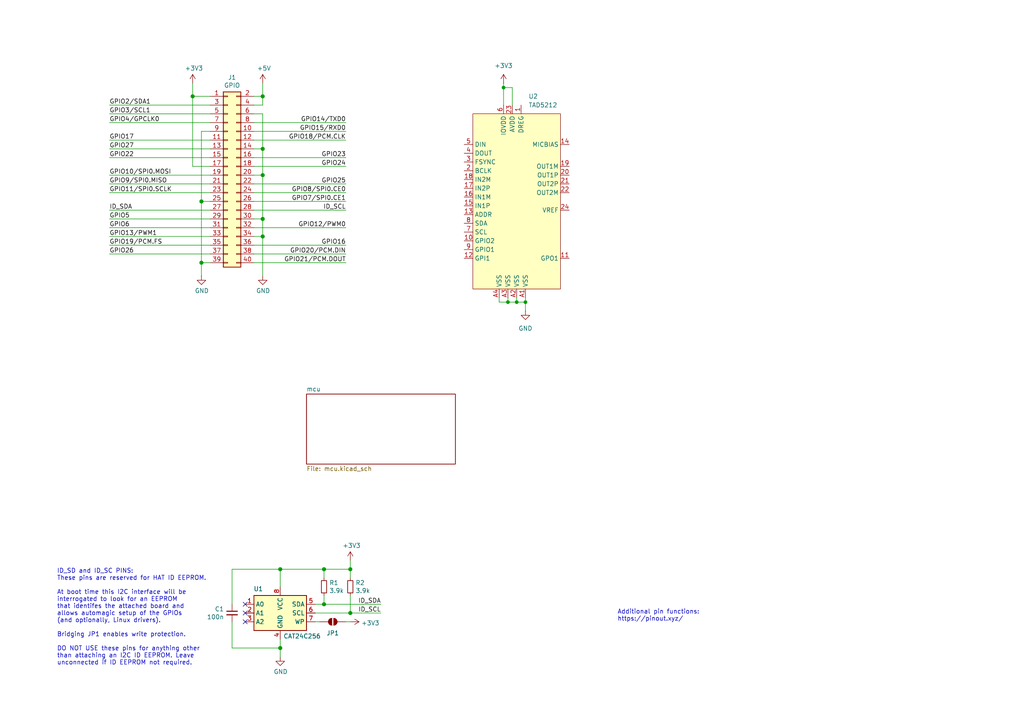
<source format=kicad_sch>
(kicad_sch
	(version 20250114)
	(generator "eeschema")
	(generator_version "9.0")
	(uuid "e63e39d7-6ac0-4ffd-8aa3-1841a4541b55")
	(paper "A4")
	(title_block
		(date "15 nov 2012")
	)
	(lib_symbols
		(symbol "Connector_Generic:Conn_02x20_Odd_Even"
			(pin_names
				(offset 1.016)
				(hide yes)
			)
			(exclude_from_sim no)
			(in_bom yes)
			(on_board yes)
			(property "Reference" "J"
				(at 1.27 25.4 0)
				(effects
					(font
						(size 1.27 1.27)
					)
				)
			)
			(property "Value" "Conn_02x20_Odd_Even"
				(at 1.27 -27.94 0)
				(effects
					(font
						(size 1.27 1.27)
					)
				)
			)
			(property "Footprint" ""
				(at 0 0 0)
				(effects
					(font
						(size 1.27 1.27)
					)
					(hide yes)
				)
			)
			(property "Datasheet" "~"
				(at 0 0 0)
				(effects
					(font
						(size 1.27 1.27)
					)
					(hide yes)
				)
			)
			(property "Description" "Generic connector, double row, 02x20, odd/even pin numbering scheme (row 1 odd numbers, row 2 even numbers), script generated (kicad-library-utils/schlib/autogen/connector/)"
				(at 0 0 0)
				(effects
					(font
						(size 1.27 1.27)
					)
					(hide yes)
				)
			)
			(property "ki_keywords" "connector"
				(at 0 0 0)
				(effects
					(font
						(size 1.27 1.27)
					)
					(hide yes)
				)
			)
			(property "ki_fp_filters" "Connector*:*_2x??_*"
				(at 0 0 0)
				(effects
					(font
						(size 1.27 1.27)
					)
					(hide yes)
				)
			)
			(symbol "Conn_02x20_Odd_Even_1_1"
				(rectangle
					(start -1.27 24.13)
					(end 3.81 -26.67)
					(stroke
						(width 0.254)
						(type default)
					)
					(fill
						(type background)
					)
				)
				(rectangle
					(start -1.27 22.987)
					(end 0 22.733)
					(stroke
						(width 0.1524)
						(type default)
					)
					(fill
						(type none)
					)
				)
				(rectangle
					(start -1.27 20.447)
					(end 0 20.193)
					(stroke
						(width 0.1524)
						(type default)
					)
					(fill
						(type none)
					)
				)
				(rectangle
					(start -1.27 17.907)
					(end 0 17.653)
					(stroke
						(width 0.1524)
						(type default)
					)
					(fill
						(type none)
					)
				)
				(rectangle
					(start -1.27 15.367)
					(end 0 15.113)
					(stroke
						(width 0.1524)
						(type default)
					)
					(fill
						(type none)
					)
				)
				(rectangle
					(start -1.27 12.827)
					(end 0 12.573)
					(stroke
						(width 0.1524)
						(type default)
					)
					(fill
						(type none)
					)
				)
				(rectangle
					(start -1.27 10.287)
					(end 0 10.033)
					(stroke
						(width 0.1524)
						(type default)
					)
					(fill
						(type none)
					)
				)
				(rectangle
					(start -1.27 7.747)
					(end 0 7.493)
					(stroke
						(width 0.1524)
						(type default)
					)
					(fill
						(type none)
					)
				)
				(rectangle
					(start -1.27 5.207)
					(end 0 4.953)
					(stroke
						(width 0.1524)
						(type default)
					)
					(fill
						(type none)
					)
				)
				(rectangle
					(start -1.27 2.667)
					(end 0 2.413)
					(stroke
						(width 0.1524)
						(type default)
					)
					(fill
						(type none)
					)
				)
				(rectangle
					(start -1.27 0.127)
					(end 0 -0.127)
					(stroke
						(width 0.1524)
						(type default)
					)
					(fill
						(type none)
					)
				)
				(rectangle
					(start -1.27 -2.413)
					(end 0 -2.667)
					(stroke
						(width 0.1524)
						(type default)
					)
					(fill
						(type none)
					)
				)
				(rectangle
					(start -1.27 -4.953)
					(end 0 -5.207)
					(stroke
						(width 0.1524)
						(type default)
					)
					(fill
						(type none)
					)
				)
				(rectangle
					(start -1.27 -7.493)
					(end 0 -7.747)
					(stroke
						(width 0.1524)
						(type default)
					)
					(fill
						(type none)
					)
				)
				(rectangle
					(start -1.27 -10.033)
					(end 0 -10.287)
					(stroke
						(width 0.1524)
						(type default)
					)
					(fill
						(type none)
					)
				)
				(rectangle
					(start -1.27 -12.573)
					(end 0 -12.827)
					(stroke
						(width 0.1524)
						(type default)
					)
					(fill
						(type none)
					)
				)
				(rectangle
					(start -1.27 -15.113)
					(end 0 -15.367)
					(stroke
						(width 0.1524)
						(type default)
					)
					(fill
						(type none)
					)
				)
				(rectangle
					(start -1.27 -17.653)
					(end 0 -17.907)
					(stroke
						(width 0.1524)
						(type default)
					)
					(fill
						(type none)
					)
				)
				(rectangle
					(start -1.27 -20.193)
					(end 0 -20.447)
					(stroke
						(width 0.1524)
						(type default)
					)
					(fill
						(type none)
					)
				)
				(rectangle
					(start -1.27 -22.733)
					(end 0 -22.987)
					(stroke
						(width 0.1524)
						(type default)
					)
					(fill
						(type none)
					)
				)
				(rectangle
					(start -1.27 -25.273)
					(end 0 -25.527)
					(stroke
						(width 0.1524)
						(type default)
					)
					(fill
						(type none)
					)
				)
				(rectangle
					(start 3.81 22.987)
					(end 2.54 22.733)
					(stroke
						(width 0.1524)
						(type default)
					)
					(fill
						(type none)
					)
				)
				(rectangle
					(start 3.81 20.447)
					(end 2.54 20.193)
					(stroke
						(width 0.1524)
						(type default)
					)
					(fill
						(type none)
					)
				)
				(rectangle
					(start 3.81 17.907)
					(end 2.54 17.653)
					(stroke
						(width 0.1524)
						(type default)
					)
					(fill
						(type none)
					)
				)
				(rectangle
					(start 3.81 15.367)
					(end 2.54 15.113)
					(stroke
						(width 0.1524)
						(type default)
					)
					(fill
						(type none)
					)
				)
				(rectangle
					(start 3.81 12.827)
					(end 2.54 12.573)
					(stroke
						(width 0.1524)
						(type default)
					)
					(fill
						(type none)
					)
				)
				(rectangle
					(start 3.81 10.287)
					(end 2.54 10.033)
					(stroke
						(width 0.1524)
						(type default)
					)
					(fill
						(type none)
					)
				)
				(rectangle
					(start 3.81 7.747)
					(end 2.54 7.493)
					(stroke
						(width 0.1524)
						(type default)
					)
					(fill
						(type none)
					)
				)
				(rectangle
					(start 3.81 5.207)
					(end 2.54 4.953)
					(stroke
						(width 0.1524)
						(type default)
					)
					(fill
						(type none)
					)
				)
				(rectangle
					(start 3.81 2.667)
					(end 2.54 2.413)
					(stroke
						(width 0.1524)
						(type default)
					)
					(fill
						(type none)
					)
				)
				(rectangle
					(start 3.81 0.127)
					(end 2.54 -0.127)
					(stroke
						(width 0.1524)
						(type default)
					)
					(fill
						(type none)
					)
				)
				(rectangle
					(start 3.81 -2.413)
					(end 2.54 -2.667)
					(stroke
						(width 0.1524)
						(type default)
					)
					(fill
						(type none)
					)
				)
				(rectangle
					(start 3.81 -4.953)
					(end 2.54 -5.207)
					(stroke
						(width 0.1524)
						(type default)
					)
					(fill
						(type none)
					)
				)
				(rectangle
					(start 3.81 -7.493)
					(end 2.54 -7.747)
					(stroke
						(width 0.1524)
						(type default)
					)
					(fill
						(type none)
					)
				)
				(rectangle
					(start 3.81 -10.033)
					(end 2.54 -10.287)
					(stroke
						(width 0.1524)
						(type default)
					)
					(fill
						(type none)
					)
				)
				(rectangle
					(start 3.81 -12.573)
					(end 2.54 -12.827)
					(stroke
						(width 0.1524)
						(type default)
					)
					(fill
						(type none)
					)
				)
				(rectangle
					(start 3.81 -15.113)
					(end 2.54 -15.367)
					(stroke
						(width 0.1524)
						(type default)
					)
					(fill
						(type none)
					)
				)
				(rectangle
					(start 3.81 -17.653)
					(end 2.54 -17.907)
					(stroke
						(width 0.1524)
						(type default)
					)
					(fill
						(type none)
					)
				)
				(rectangle
					(start 3.81 -20.193)
					(end 2.54 -20.447)
					(stroke
						(width 0.1524)
						(type default)
					)
					(fill
						(type none)
					)
				)
				(rectangle
					(start 3.81 -22.733)
					(end 2.54 -22.987)
					(stroke
						(width 0.1524)
						(type default)
					)
					(fill
						(type none)
					)
				)
				(rectangle
					(start 3.81 -25.273)
					(end 2.54 -25.527)
					(stroke
						(width 0.1524)
						(type default)
					)
					(fill
						(type none)
					)
				)
				(pin passive line
					(at -5.08 22.86 0)
					(length 3.81)
					(name "Pin_1"
						(effects
							(font
								(size 1.27 1.27)
							)
						)
					)
					(number "1"
						(effects
							(font
								(size 1.27 1.27)
							)
						)
					)
				)
				(pin passive line
					(at -5.08 20.32 0)
					(length 3.81)
					(name "Pin_3"
						(effects
							(font
								(size 1.27 1.27)
							)
						)
					)
					(number "3"
						(effects
							(font
								(size 1.27 1.27)
							)
						)
					)
				)
				(pin passive line
					(at -5.08 17.78 0)
					(length 3.81)
					(name "Pin_5"
						(effects
							(font
								(size 1.27 1.27)
							)
						)
					)
					(number "5"
						(effects
							(font
								(size 1.27 1.27)
							)
						)
					)
				)
				(pin passive line
					(at -5.08 15.24 0)
					(length 3.81)
					(name "Pin_7"
						(effects
							(font
								(size 1.27 1.27)
							)
						)
					)
					(number "7"
						(effects
							(font
								(size 1.27 1.27)
							)
						)
					)
				)
				(pin passive line
					(at -5.08 12.7 0)
					(length 3.81)
					(name "Pin_9"
						(effects
							(font
								(size 1.27 1.27)
							)
						)
					)
					(number "9"
						(effects
							(font
								(size 1.27 1.27)
							)
						)
					)
				)
				(pin passive line
					(at -5.08 10.16 0)
					(length 3.81)
					(name "Pin_11"
						(effects
							(font
								(size 1.27 1.27)
							)
						)
					)
					(number "11"
						(effects
							(font
								(size 1.27 1.27)
							)
						)
					)
				)
				(pin passive line
					(at -5.08 7.62 0)
					(length 3.81)
					(name "Pin_13"
						(effects
							(font
								(size 1.27 1.27)
							)
						)
					)
					(number "13"
						(effects
							(font
								(size 1.27 1.27)
							)
						)
					)
				)
				(pin passive line
					(at -5.08 5.08 0)
					(length 3.81)
					(name "Pin_15"
						(effects
							(font
								(size 1.27 1.27)
							)
						)
					)
					(number "15"
						(effects
							(font
								(size 1.27 1.27)
							)
						)
					)
				)
				(pin passive line
					(at -5.08 2.54 0)
					(length 3.81)
					(name "Pin_17"
						(effects
							(font
								(size 1.27 1.27)
							)
						)
					)
					(number "17"
						(effects
							(font
								(size 1.27 1.27)
							)
						)
					)
				)
				(pin passive line
					(at -5.08 0 0)
					(length 3.81)
					(name "Pin_19"
						(effects
							(font
								(size 1.27 1.27)
							)
						)
					)
					(number "19"
						(effects
							(font
								(size 1.27 1.27)
							)
						)
					)
				)
				(pin passive line
					(at -5.08 -2.54 0)
					(length 3.81)
					(name "Pin_21"
						(effects
							(font
								(size 1.27 1.27)
							)
						)
					)
					(number "21"
						(effects
							(font
								(size 1.27 1.27)
							)
						)
					)
				)
				(pin passive line
					(at -5.08 -5.08 0)
					(length 3.81)
					(name "Pin_23"
						(effects
							(font
								(size 1.27 1.27)
							)
						)
					)
					(number "23"
						(effects
							(font
								(size 1.27 1.27)
							)
						)
					)
				)
				(pin passive line
					(at -5.08 -7.62 0)
					(length 3.81)
					(name "Pin_25"
						(effects
							(font
								(size 1.27 1.27)
							)
						)
					)
					(number "25"
						(effects
							(font
								(size 1.27 1.27)
							)
						)
					)
				)
				(pin passive line
					(at -5.08 -10.16 0)
					(length 3.81)
					(name "Pin_27"
						(effects
							(font
								(size 1.27 1.27)
							)
						)
					)
					(number "27"
						(effects
							(font
								(size 1.27 1.27)
							)
						)
					)
				)
				(pin passive line
					(at -5.08 -12.7 0)
					(length 3.81)
					(name "Pin_29"
						(effects
							(font
								(size 1.27 1.27)
							)
						)
					)
					(number "29"
						(effects
							(font
								(size 1.27 1.27)
							)
						)
					)
				)
				(pin passive line
					(at -5.08 -15.24 0)
					(length 3.81)
					(name "Pin_31"
						(effects
							(font
								(size 1.27 1.27)
							)
						)
					)
					(number "31"
						(effects
							(font
								(size 1.27 1.27)
							)
						)
					)
				)
				(pin passive line
					(at -5.08 -17.78 0)
					(length 3.81)
					(name "Pin_33"
						(effects
							(font
								(size 1.27 1.27)
							)
						)
					)
					(number "33"
						(effects
							(font
								(size 1.27 1.27)
							)
						)
					)
				)
				(pin passive line
					(at -5.08 -20.32 0)
					(length 3.81)
					(name "Pin_35"
						(effects
							(font
								(size 1.27 1.27)
							)
						)
					)
					(number "35"
						(effects
							(font
								(size 1.27 1.27)
							)
						)
					)
				)
				(pin passive line
					(at -5.08 -22.86 0)
					(length 3.81)
					(name "Pin_37"
						(effects
							(font
								(size 1.27 1.27)
							)
						)
					)
					(number "37"
						(effects
							(font
								(size 1.27 1.27)
							)
						)
					)
				)
				(pin passive line
					(at -5.08 -25.4 0)
					(length 3.81)
					(name "Pin_39"
						(effects
							(font
								(size 1.27 1.27)
							)
						)
					)
					(number "39"
						(effects
							(font
								(size 1.27 1.27)
							)
						)
					)
				)
				(pin passive line
					(at 7.62 22.86 180)
					(length 3.81)
					(name "Pin_2"
						(effects
							(font
								(size 1.27 1.27)
							)
						)
					)
					(number "2"
						(effects
							(font
								(size 1.27 1.27)
							)
						)
					)
				)
				(pin passive line
					(at 7.62 20.32 180)
					(length 3.81)
					(name "Pin_4"
						(effects
							(font
								(size 1.27 1.27)
							)
						)
					)
					(number "4"
						(effects
							(font
								(size 1.27 1.27)
							)
						)
					)
				)
				(pin passive line
					(at 7.62 17.78 180)
					(length 3.81)
					(name "Pin_6"
						(effects
							(font
								(size 1.27 1.27)
							)
						)
					)
					(number "6"
						(effects
							(font
								(size 1.27 1.27)
							)
						)
					)
				)
				(pin passive line
					(at 7.62 15.24 180)
					(length 3.81)
					(name "Pin_8"
						(effects
							(font
								(size 1.27 1.27)
							)
						)
					)
					(number "8"
						(effects
							(font
								(size 1.27 1.27)
							)
						)
					)
				)
				(pin passive line
					(at 7.62 12.7 180)
					(length 3.81)
					(name "Pin_10"
						(effects
							(font
								(size 1.27 1.27)
							)
						)
					)
					(number "10"
						(effects
							(font
								(size 1.27 1.27)
							)
						)
					)
				)
				(pin passive line
					(at 7.62 10.16 180)
					(length 3.81)
					(name "Pin_12"
						(effects
							(font
								(size 1.27 1.27)
							)
						)
					)
					(number "12"
						(effects
							(font
								(size 1.27 1.27)
							)
						)
					)
				)
				(pin passive line
					(at 7.62 7.62 180)
					(length 3.81)
					(name "Pin_14"
						(effects
							(font
								(size 1.27 1.27)
							)
						)
					)
					(number "14"
						(effects
							(font
								(size 1.27 1.27)
							)
						)
					)
				)
				(pin passive line
					(at 7.62 5.08 180)
					(length 3.81)
					(name "Pin_16"
						(effects
							(font
								(size 1.27 1.27)
							)
						)
					)
					(number "16"
						(effects
							(font
								(size 1.27 1.27)
							)
						)
					)
				)
				(pin passive line
					(at 7.62 2.54 180)
					(length 3.81)
					(name "Pin_18"
						(effects
							(font
								(size 1.27 1.27)
							)
						)
					)
					(number "18"
						(effects
							(font
								(size 1.27 1.27)
							)
						)
					)
				)
				(pin passive line
					(at 7.62 0 180)
					(length 3.81)
					(name "Pin_20"
						(effects
							(font
								(size 1.27 1.27)
							)
						)
					)
					(number "20"
						(effects
							(font
								(size 1.27 1.27)
							)
						)
					)
				)
				(pin passive line
					(at 7.62 -2.54 180)
					(length 3.81)
					(name "Pin_22"
						(effects
							(font
								(size 1.27 1.27)
							)
						)
					)
					(number "22"
						(effects
							(font
								(size 1.27 1.27)
							)
						)
					)
				)
				(pin passive line
					(at 7.62 -5.08 180)
					(length 3.81)
					(name "Pin_24"
						(effects
							(font
								(size 1.27 1.27)
							)
						)
					)
					(number "24"
						(effects
							(font
								(size 1.27 1.27)
							)
						)
					)
				)
				(pin passive line
					(at 7.62 -7.62 180)
					(length 3.81)
					(name "Pin_26"
						(effects
							(font
								(size 1.27 1.27)
							)
						)
					)
					(number "26"
						(effects
							(font
								(size 1.27 1.27)
							)
						)
					)
				)
				(pin passive line
					(at 7.62 -10.16 180)
					(length 3.81)
					(name "Pin_28"
						(effects
							(font
								(size 1.27 1.27)
							)
						)
					)
					(number "28"
						(effects
							(font
								(size 1.27 1.27)
							)
						)
					)
				)
				(pin passive line
					(at 7.62 -12.7 180)
					(length 3.81)
					(name "Pin_30"
						(effects
							(font
								(size 1.27 1.27)
							)
						)
					)
					(number "30"
						(effects
							(font
								(size 1.27 1.27)
							)
						)
					)
				)
				(pin passive line
					(at 7.62 -15.24 180)
					(length 3.81)
					(name "Pin_32"
						(effects
							(font
								(size 1.27 1.27)
							)
						)
					)
					(number "32"
						(effects
							(font
								(size 1.27 1.27)
							)
						)
					)
				)
				(pin passive line
					(at 7.62 -17.78 180)
					(length 3.81)
					(name "Pin_34"
						(effects
							(font
								(size 1.27 1.27)
							)
						)
					)
					(number "34"
						(effects
							(font
								(size 1.27 1.27)
							)
						)
					)
				)
				(pin passive line
					(at 7.62 -20.32 180)
					(length 3.81)
					(name "Pin_36"
						(effects
							(font
								(size 1.27 1.27)
							)
						)
					)
					(number "36"
						(effects
							(font
								(size 1.27 1.27)
							)
						)
					)
				)
				(pin passive line
					(at 7.62 -22.86 180)
					(length 3.81)
					(name "Pin_38"
						(effects
							(font
								(size 1.27 1.27)
							)
						)
					)
					(number "38"
						(effects
							(font
								(size 1.27 1.27)
							)
						)
					)
				)
				(pin passive line
					(at 7.62 -25.4 180)
					(length 3.81)
					(name "Pin_40"
						(effects
							(font
								(size 1.27 1.27)
							)
						)
					)
					(number "40"
						(effects
							(font
								(size 1.27 1.27)
							)
						)
					)
				)
			)
			(embedded_fonts no)
		)
		(symbol "Device:C_Small"
			(pin_numbers
				(hide yes)
			)
			(pin_names
				(offset 0.254)
				(hide yes)
			)
			(exclude_from_sim no)
			(in_bom yes)
			(on_board yes)
			(property "Reference" "C"
				(at 0.254 1.778 0)
				(effects
					(font
						(size 1.27 1.27)
					)
					(justify left)
				)
			)
			(property "Value" "C_Small"
				(at 0.254 -2.032 0)
				(effects
					(font
						(size 1.27 1.27)
					)
					(justify left)
				)
			)
			(property "Footprint" ""
				(at 0 0 0)
				(effects
					(font
						(size 1.27 1.27)
					)
					(hide yes)
				)
			)
			(property "Datasheet" "~"
				(at 0 0 0)
				(effects
					(font
						(size 1.27 1.27)
					)
					(hide yes)
				)
			)
			(property "Description" "Unpolarized capacitor, small symbol"
				(at 0 0 0)
				(effects
					(font
						(size 1.27 1.27)
					)
					(hide yes)
				)
			)
			(property "ki_keywords" "capacitor cap"
				(at 0 0 0)
				(effects
					(font
						(size 1.27 1.27)
					)
					(hide yes)
				)
			)
			(property "ki_fp_filters" "C_*"
				(at 0 0 0)
				(effects
					(font
						(size 1.27 1.27)
					)
					(hide yes)
				)
			)
			(symbol "C_Small_0_1"
				(polyline
					(pts
						(xy -1.524 0.508) (xy 1.524 0.508)
					)
					(stroke
						(width 0.3048)
						(type default)
					)
					(fill
						(type none)
					)
				)
				(polyline
					(pts
						(xy -1.524 -0.508) (xy 1.524 -0.508)
					)
					(stroke
						(width 0.3302)
						(type default)
					)
					(fill
						(type none)
					)
				)
			)
			(symbol "C_Small_1_1"
				(pin passive line
					(at 0 2.54 270)
					(length 2.032)
					(name "~"
						(effects
							(font
								(size 1.27 1.27)
							)
						)
					)
					(number "1"
						(effects
							(font
								(size 1.27 1.27)
							)
						)
					)
				)
				(pin passive line
					(at 0 -2.54 90)
					(length 2.032)
					(name "~"
						(effects
							(font
								(size 1.27 1.27)
							)
						)
					)
					(number "2"
						(effects
							(font
								(size 1.27 1.27)
							)
						)
					)
				)
			)
			(embedded_fonts no)
		)
		(symbol "Device:R_Small"
			(pin_numbers
				(hide yes)
			)
			(pin_names
				(offset 0.254)
				(hide yes)
			)
			(exclude_from_sim no)
			(in_bom yes)
			(on_board yes)
			(property "Reference" "R"
				(at 0.762 0.508 0)
				(effects
					(font
						(size 1.27 1.27)
					)
					(justify left)
				)
			)
			(property "Value" "R_Small"
				(at 0.762 -1.016 0)
				(effects
					(font
						(size 1.27 1.27)
					)
					(justify left)
				)
			)
			(property "Footprint" ""
				(at 0 0 0)
				(effects
					(font
						(size 1.27 1.27)
					)
					(hide yes)
				)
			)
			(property "Datasheet" "~"
				(at 0 0 0)
				(effects
					(font
						(size 1.27 1.27)
					)
					(hide yes)
				)
			)
			(property "Description" "Resistor, small symbol"
				(at 0 0 0)
				(effects
					(font
						(size 1.27 1.27)
					)
					(hide yes)
				)
			)
			(property "ki_keywords" "R resistor"
				(at 0 0 0)
				(effects
					(font
						(size 1.27 1.27)
					)
					(hide yes)
				)
			)
			(property "ki_fp_filters" "R_*"
				(at 0 0 0)
				(effects
					(font
						(size 1.27 1.27)
					)
					(hide yes)
				)
			)
			(symbol "R_Small_0_1"
				(rectangle
					(start -0.762 1.778)
					(end 0.762 -1.778)
					(stroke
						(width 0.2032)
						(type default)
					)
					(fill
						(type none)
					)
				)
			)
			(symbol "R_Small_1_1"
				(pin passive line
					(at 0 2.54 270)
					(length 0.762)
					(name "~"
						(effects
							(font
								(size 1.27 1.27)
							)
						)
					)
					(number "1"
						(effects
							(font
								(size 1.27 1.27)
							)
						)
					)
				)
				(pin passive line
					(at 0 -2.54 90)
					(length 0.762)
					(name "~"
						(effects
							(font
								(size 1.27 1.27)
							)
						)
					)
					(number "2"
						(effects
							(font
								(size 1.27 1.27)
							)
						)
					)
				)
			)
			(embedded_fonts no)
		)
		(symbol "Jumper:SolderJumper_2_Open"
			(pin_numbers
				(hide yes)
			)
			(pin_names
				(offset 0)
				(hide yes)
			)
			(exclude_from_sim yes)
			(in_bom no)
			(on_board yes)
			(property "Reference" "JP"
				(at 0 2.032 0)
				(effects
					(font
						(size 1.27 1.27)
					)
				)
			)
			(property "Value" "SolderJumper_2_Open"
				(at 0 -2.54 0)
				(effects
					(font
						(size 1.27 1.27)
					)
				)
			)
			(property "Footprint" ""
				(at 0 0 0)
				(effects
					(font
						(size 1.27 1.27)
					)
					(hide yes)
				)
			)
			(property "Datasheet" "~"
				(at 0 0 0)
				(effects
					(font
						(size 1.27 1.27)
					)
					(hide yes)
				)
			)
			(property "Description" "Solder Jumper, 2-pole, open"
				(at 0 0 0)
				(effects
					(font
						(size 1.27 1.27)
					)
					(hide yes)
				)
			)
			(property "ki_keywords" "solder jumper SPST"
				(at 0 0 0)
				(effects
					(font
						(size 1.27 1.27)
					)
					(hide yes)
				)
			)
			(property "ki_fp_filters" "SolderJumper*Open*"
				(at 0 0 0)
				(effects
					(font
						(size 1.27 1.27)
					)
					(hide yes)
				)
			)
			(symbol "SolderJumper_2_Open_0_1"
				(polyline
					(pts
						(xy -0.254 1.016) (xy -0.254 -1.016)
					)
					(stroke
						(width 0)
						(type default)
					)
					(fill
						(type none)
					)
				)
				(arc
					(start -0.254 -1.016)
					(mid -1.2656 0)
					(end -0.254 1.016)
					(stroke
						(width 0)
						(type default)
					)
					(fill
						(type none)
					)
				)
				(arc
					(start -0.254 -1.016)
					(mid -1.2656 0)
					(end -0.254 1.016)
					(stroke
						(width 0)
						(type default)
					)
					(fill
						(type outline)
					)
				)
				(arc
					(start 0.254 1.016)
					(mid 1.2656 0)
					(end 0.254 -1.016)
					(stroke
						(width 0)
						(type default)
					)
					(fill
						(type none)
					)
				)
				(arc
					(start 0.254 1.016)
					(mid 1.2656 0)
					(end 0.254 -1.016)
					(stroke
						(width 0)
						(type default)
					)
					(fill
						(type outline)
					)
				)
				(polyline
					(pts
						(xy 0.254 1.016) (xy 0.254 -1.016)
					)
					(stroke
						(width 0)
						(type default)
					)
					(fill
						(type none)
					)
				)
			)
			(symbol "SolderJumper_2_Open_1_1"
				(pin passive line
					(at -3.81 0 0)
					(length 2.54)
					(name "A"
						(effects
							(font
								(size 1.27 1.27)
							)
						)
					)
					(number "1"
						(effects
							(font
								(size 1.27 1.27)
							)
						)
					)
				)
				(pin passive line
					(at 3.81 0 180)
					(length 2.54)
					(name "B"
						(effects
							(font
								(size 1.27 1.27)
							)
						)
					)
					(number "2"
						(effects
							(font
								(size 1.27 1.27)
							)
						)
					)
				)
			)
			(embedded_fonts no)
		)
		(symbol "Memory_EEPROM:CAT24C256"
			(exclude_from_sim no)
			(in_bom yes)
			(on_board yes)
			(property "Reference" "U"
				(at -6.35 6.35 0)
				(effects
					(font
						(size 1.27 1.27)
					)
				)
			)
			(property "Value" "CAT24C256"
				(at 1.27 6.35 0)
				(effects
					(font
						(size 1.27 1.27)
					)
					(justify left)
				)
			)
			(property "Footprint" ""
				(at 0 0 0)
				(effects
					(font
						(size 1.27 1.27)
					)
					(hide yes)
				)
			)
			(property "Datasheet" "https://www.onsemi.cn/PowerSolutions/document/CAT24C256-D.PDF"
				(at 0 0 0)
				(effects
					(font
						(size 1.27 1.27)
					)
					(hide yes)
				)
			)
			(property "Description" "256 kb CMOS Serial EEPROM, DIP-8/SOIC-8/TSSOP-8/DFN-8"
				(at 0 0 0)
				(effects
					(font
						(size 1.27 1.27)
					)
					(hide yes)
				)
			)
			(property "ki_keywords" "I2C EEPROM Serial 256kb"
				(at 0 0 0)
				(effects
					(font
						(size 1.27 1.27)
					)
					(hide yes)
				)
			)
			(property "ki_fp_filters" "DIP*W7.62mm* SOIC*3.9x4.9mm* TSSOP*4.4x3mm*P0.65mm* DFN*3x2mm*P0.5mm*"
				(at 0 0 0)
				(effects
					(font
						(size 1.27 1.27)
					)
					(hide yes)
				)
			)
			(symbol "CAT24C256_1_1"
				(rectangle
					(start -7.62 5.08)
					(end 7.62 -5.08)
					(stroke
						(width 0.254)
						(type default)
					)
					(fill
						(type background)
					)
				)
				(pin input line
					(at -10.16 2.54 0)
					(length 2.54)
					(name "A0"
						(effects
							(font
								(size 1.27 1.27)
							)
						)
					)
					(number "1"
						(effects
							(font
								(size 1.27 1.27)
							)
						)
					)
				)
				(pin input line
					(at -10.16 0 0)
					(length 2.54)
					(name "A1"
						(effects
							(font
								(size 1.27 1.27)
							)
						)
					)
					(number "2"
						(effects
							(font
								(size 1.27 1.27)
							)
						)
					)
				)
				(pin input line
					(at -10.16 -2.54 0)
					(length 2.54)
					(name "A2"
						(effects
							(font
								(size 1.27 1.27)
							)
						)
					)
					(number "3"
						(effects
							(font
								(size 1.27 1.27)
							)
						)
					)
				)
				(pin power_in line
					(at 0 7.62 270)
					(length 2.54)
					(name "VCC"
						(effects
							(font
								(size 1.27 1.27)
							)
						)
					)
					(number "8"
						(effects
							(font
								(size 1.27 1.27)
							)
						)
					)
				)
				(pin power_in line
					(at 0 -7.62 90)
					(length 2.54)
					(name "GND"
						(effects
							(font
								(size 1.27 1.27)
							)
						)
					)
					(number "4"
						(effects
							(font
								(size 1.27 1.27)
							)
						)
					)
				)
				(pin bidirectional line
					(at 10.16 2.54 180)
					(length 2.54)
					(name "SDA"
						(effects
							(font
								(size 1.27 1.27)
							)
						)
					)
					(number "5"
						(effects
							(font
								(size 1.27 1.27)
							)
						)
					)
				)
				(pin input line
					(at 10.16 0 180)
					(length 2.54)
					(name "SCL"
						(effects
							(font
								(size 1.27 1.27)
							)
						)
					)
					(number "6"
						(effects
							(font
								(size 1.27 1.27)
							)
						)
					)
				)
				(pin input line
					(at 10.16 -2.54 180)
					(length 2.54)
					(name "WP"
						(effects
							(font
								(size 1.27 1.27)
							)
						)
					)
					(number "7"
						(effects
							(font
								(size 1.27 1.27)
							)
						)
					)
				)
			)
			(embedded_fonts no)
		)
		(symbol "power:+3.3V"
			(power)
			(pin_numbers
				(hide yes)
			)
			(pin_names
				(offset 0)
				(hide yes)
			)
			(exclude_from_sim no)
			(in_bom yes)
			(on_board yes)
			(property "Reference" "#PWR"
				(at 0 -3.81 0)
				(effects
					(font
						(size 1.27 1.27)
					)
					(hide yes)
				)
			)
			(property "Value" "+3.3V"
				(at 0 3.556 0)
				(effects
					(font
						(size 1.27 1.27)
					)
				)
			)
			(property "Footprint" ""
				(at 0 0 0)
				(effects
					(font
						(size 1.27 1.27)
					)
					(hide yes)
				)
			)
			(property "Datasheet" ""
				(at 0 0 0)
				(effects
					(font
						(size 1.27 1.27)
					)
					(hide yes)
				)
			)
			(property "Description" "Power symbol creates a global label with name \"+3.3V\""
				(at 0 0 0)
				(effects
					(font
						(size 1.27 1.27)
					)
					(hide yes)
				)
			)
			(property "ki_keywords" "global power"
				(at 0 0 0)
				(effects
					(font
						(size 1.27 1.27)
					)
					(hide yes)
				)
			)
			(symbol "+3.3V_0_1"
				(polyline
					(pts
						(xy -0.762 1.27) (xy 0 2.54)
					)
					(stroke
						(width 0)
						(type default)
					)
					(fill
						(type none)
					)
				)
				(polyline
					(pts
						(xy 0 2.54) (xy 0.762 1.27)
					)
					(stroke
						(width 0)
						(type default)
					)
					(fill
						(type none)
					)
				)
				(polyline
					(pts
						(xy 0 0) (xy 0 2.54)
					)
					(stroke
						(width 0)
						(type default)
					)
					(fill
						(type none)
					)
				)
			)
			(symbol "+3.3V_1_1"
				(pin power_in line
					(at 0 0 90)
					(length 0)
					(name "~"
						(effects
							(font
								(size 1.27 1.27)
							)
						)
					)
					(number "1"
						(effects
							(font
								(size 1.27 1.27)
							)
						)
					)
				)
			)
			(embedded_fonts no)
		)
		(symbol "power:+3V3"
			(power)
			(pin_numbers
				(hide yes)
			)
			(pin_names
				(offset 0)
				(hide yes)
			)
			(exclude_from_sim no)
			(in_bom yes)
			(on_board yes)
			(property "Reference" "#PWR"
				(at 0 -3.81 0)
				(effects
					(font
						(size 1.27 1.27)
					)
					(hide yes)
				)
			)
			(property "Value" "+3V3"
				(at 0 3.556 0)
				(effects
					(font
						(size 1.27 1.27)
					)
				)
			)
			(property "Footprint" ""
				(at 0 0 0)
				(effects
					(font
						(size 1.27 1.27)
					)
					(hide yes)
				)
			)
			(property "Datasheet" ""
				(at 0 0 0)
				(effects
					(font
						(size 1.27 1.27)
					)
					(hide yes)
				)
			)
			(property "Description" "Power symbol creates a global label with name \"+3V3\""
				(at 0 0 0)
				(effects
					(font
						(size 1.27 1.27)
					)
					(hide yes)
				)
			)
			(property "ki_keywords" "global power"
				(at 0 0 0)
				(effects
					(font
						(size 1.27 1.27)
					)
					(hide yes)
				)
			)
			(symbol "+3V3_0_1"
				(polyline
					(pts
						(xy -0.762 1.27) (xy 0 2.54)
					)
					(stroke
						(width 0)
						(type default)
					)
					(fill
						(type none)
					)
				)
				(polyline
					(pts
						(xy 0 2.54) (xy 0.762 1.27)
					)
					(stroke
						(width 0)
						(type default)
					)
					(fill
						(type none)
					)
				)
				(polyline
					(pts
						(xy 0 0) (xy 0 2.54)
					)
					(stroke
						(width 0)
						(type default)
					)
					(fill
						(type none)
					)
				)
			)
			(symbol "+3V3_1_1"
				(pin power_in line
					(at 0 0 90)
					(length 0)
					(name "~"
						(effects
							(font
								(size 1.27 1.27)
							)
						)
					)
					(number "1"
						(effects
							(font
								(size 1.27 1.27)
							)
						)
					)
				)
			)
			(embedded_fonts no)
		)
		(symbol "power:+5V"
			(power)
			(pin_numbers
				(hide yes)
			)
			(pin_names
				(offset 0)
				(hide yes)
			)
			(exclude_from_sim no)
			(in_bom yes)
			(on_board yes)
			(property "Reference" "#PWR"
				(at 0 -3.81 0)
				(effects
					(font
						(size 1.27 1.27)
					)
					(hide yes)
				)
			)
			(property "Value" "+5V"
				(at 0 3.556 0)
				(effects
					(font
						(size 1.27 1.27)
					)
				)
			)
			(property "Footprint" ""
				(at 0 0 0)
				(effects
					(font
						(size 1.27 1.27)
					)
					(hide yes)
				)
			)
			(property "Datasheet" ""
				(at 0 0 0)
				(effects
					(font
						(size 1.27 1.27)
					)
					(hide yes)
				)
			)
			(property "Description" "Power symbol creates a global label with name \"+5V\""
				(at 0 0 0)
				(effects
					(font
						(size 1.27 1.27)
					)
					(hide yes)
				)
			)
			(property "ki_keywords" "global power"
				(at 0 0 0)
				(effects
					(font
						(size 1.27 1.27)
					)
					(hide yes)
				)
			)
			(symbol "+5V_0_1"
				(polyline
					(pts
						(xy -0.762 1.27) (xy 0 2.54)
					)
					(stroke
						(width 0)
						(type default)
					)
					(fill
						(type none)
					)
				)
				(polyline
					(pts
						(xy 0 2.54) (xy 0.762 1.27)
					)
					(stroke
						(width 0)
						(type default)
					)
					(fill
						(type none)
					)
				)
				(polyline
					(pts
						(xy 0 0) (xy 0 2.54)
					)
					(stroke
						(width 0)
						(type default)
					)
					(fill
						(type none)
					)
				)
			)
			(symbol "+5V_1_1"
				(pin power_in line
					(at 0 0 90)
					(length 0)
					(name "~"
						(effects
							(font
								(size 1.27 1.27)
							)
						)
					)
					(number "1"
						(effects
							(font
								(size 1.27 1.27)
							)
						)
					)
				)
			)
			(embedded_fonts no)
		)
		(symbol "power:GND"
			(power)
			(pin_numbers
				(hide yes)
			)
			(pin_names
				(offset 0)
				(hide yes)
			)
			(exclude_from_sim no)
			(in_bom yes)
			(on_board yes)
			(property "Reference" "#PWR"
				(at 0 -6.35 0)
				(effects
					(font
						(size 1.27 1.27)
					)
					(hide yes)
				)
			)
			(property "Value" "GND"
				(at 0 -3.81 0)
				(effects
					(font
						(size 1.27 1.27)
					)
				)
			)
			(property "Footprint" ""
				(at 0 0 0)
				(effects
					(font
						(size 1.27 1.27)
					)
					(hide yes)
				)
			)
			(property "Datasheet" ""
				(at 0 0 0)
				(effects
					(font
						(size 1.27 1.27)
					)
					(hide yes)
				)
			)
			(property "Description" "Power symbol creates a global label with name \"GND\" , ground"
				(at 0 0 0)
				(effects
					(font
						(size 1.27 1.27)
					)
					(hide yes)
				)
			)
			(property "ki_keywords" "global power"
				(at 0 0 0)
				(effects
					(font
						(size 1.27 1.27)
					)
					(hide yes)
				)
			)
			(symbol "GND_0_1"
				(polyline
					(pts
						(xy 0 0) (xy 0 -1.27) (xy 1.27 -1.27) (xy 0 -2.54) (xy -1.27 -1.27) (xy 0 -1.27)
					)
					(stroke
						(width 0)
						(type default)
					)
					(fill
						(type none)
					)
				)
			)
			(symbol "GND_1_1"
				(pin power_in line
					(at 0 0 270)
					(length 0)
					(name "~"
						(effects
							(font
								(size 1.27 1.27)
							)
						)
					)
					(number "1"
						(effects
							(font
								(size 1.27 1.27)
							)
						)
					)
				)
			)
			(embedded_fonts no)
		)
		(symbol "stemPlayer:TAD5212"
			(exclude_from_sim no)
			(in_bom yes)
			(on_board yes)
			(property "Reference" "U"
				(at 0.508 1.016 0)
				(effects
					(font
						(size 1.27 1.27)
					)
				)
			)
			(property "Value" "TAD5212"
				(at 21.844 1.27 0)
				(effects
					(font
						(size 1.27 1.27)
					)
				)
			)
			(property "Footprint" "Package_DFN_QFN:VQFN-24-1EP_4x4mm_P0.5mm_EP2.45x2.45mm"
				(at 69.088 -49.276 0)
				(effects
					(font
						(size 1.27 1.27)
					)
					(hide yes)
				)
			)
			(property "Datasheet" "https://www.ti.com/lit/ds/symlink/tad5212.pdf?ts=1767423834469"
				(at 70.612 -46.99 0)
				(effects
					(font
						(size 1.27 1.27)
					)
					(hide yes)
				)
			)
			(property "Description" "Audio DAC"
				(at 42.164 -37.338 0)
				(effects
					(font
						(size 1.27 1.27)
					)
					(hide yes)
				)
			)
			(property "Manufacturer" "Texas Instruments"
				(at 44.196 -39.878 0)
				(effects
					(font
						(size 1.27 1.27)
					)
					(hide yes)
				)
			)
			(property "Manufacturer Part Number" "TAD5212"
				(at 40.64 -44.196 0)
				(effects
					(font
						(size 1.27 1.27)
					)
					(hide yes)
				)
			)
			(symbol "TAD5212_0_0"
				(pin input line
					(at -2.54 -8.89 0)
					(length 2.54)
					(name "DIN"
						(effects
							(font
								(size 1.27 1.27)
							)
						)
					)
					(number "5"
						(effects
							(font
								(size 1.27 1.27)
							)
						)
					)
				)
				(pin bidirectional line
					(at -2.54 -11.43 0)
					(length 2.54)
					(name "DOUT"
						(effects
							(font
								(size 1.27 1.27)
							)
						)
					)
					(number "4"
						(effects
							(font
								(size 1.27 1.27)
							)
						)
					)
				)
				(pin bidirectional line
					(at -2.54 -13.97 0)
					(length 2.54)
					(name "FSYNC"
						(effects
							(font
								(size 1.27 1.27)
							)
						)
					)
					(number "3"
						(effects
							(font
								(size 1.27 1.27)
							)
						)
					)
				)
				(pin bidirectional line
					(at -2.54 -16.51 0)
					(length 2.54)
					(name "BCLK"
						(effects
							(font
								(size 1.27 1.27)
							)
						)
					)
					(number "2"
						(effects
							(font
								(size 1.27 1.27)
							)
						)
					)
				)
				(pin input line
					(at -2.54 -19.05 0)
					(length 2.54)
					(name "IN2M"
						(effects
							(font
								(size 1.27 1.27)
							)
						)
					)
					(number "18"
						(effects
							(font
								(size 1.27 1.27)
							)
						)
					)
				)
				(pin input line
					(at -2.54 -21.59 0)
					(length 2.54)
					(name "IN2P"
						(effects
							(font
								(size 1.27 1.27)
							)
						)
					)
					(number "17"
						(effects
							(font
								(size 1.27 1.27)
							)
						)
					)
				)
				(pin input line
					(at -2.54 -24.13 0)
					(length 2.54)
					(name "IN1M"
						(effects
							(font
								(size 1.27 1.27)
							)
						)
					)
					(number "16"
						(effects
							(font
								(size 1.27 1.27)
							)
						)
					)
				)
				(pin input line
					(at -2.54 -26.67 0)
					(length 2.54)
					(name "IN1P"
						(effects
							(font
								(size 1.27 1.27)
							)
						)
					)
					(number "15"
						(effects
							(font
								(size 1.27 1.27)
							)
						)
					)
				)
				(pin input line
					(at -2.54 -29.21 0)
					(length 2.54)
					(name "ADDR"
						(effects
							(font
								(size 1.27 1.27)
							)
						)
					)
					(number "13"
						(effects
							(font
								(size 1.27 1.27)
							)
						)
					)
				)
				(pin input line
					(at -2.54 -31.75 0)
					(length 2.54)
					(name "SDA"
						(effects
							(font
								(size 1.27 1.27)
							)
						)
					)
					(number "8"
						(effects
							(font
								(size 1.27 1.27)
							)
						)
					)
				)
				(pin input line
					(at -2.54 -34.29 0)
					(length 2.54)
					(name "SCL"
						(effects
							(font
								(size 1.27 1.27)
							)
						)
					)
					(number "7"
						(effects
							(font
								(size 1.27 1.27)
							)
						)
					)
				)
				(pin bidirectional line
					(at -2.54 -36.83 0)
					(length 2.54)
					(name "GPIO2"
						(effects
							(font
								(size 1.27 1.27)
							)
						)
					)
					(number "10"
						(effects
							(font
								(size 1.27 1.27)
							)
						)
					)
				)
				(pin bidirectional line
					(at -2.54 -39.37 0)
					(length 2.54)
					(name "GPIO1"
						(effects
							(font
								(size 1.27 1.27)
							)
						)
					)
					(number "9"
						(effects
							(font
								(size 1.27 1.27)
							)
						)
					)
				)
				(pin input line
					(at -2.54 -41.91 0)
					(length 2.54)
					(name "GPI1"
						(effects
							(font
								(size 1.27 1.27)
							)
						)
					)
					(number "12"
						(effects
							(font
								(size 1.27 1.27)
							)
						)
					)
				)
				(pin power_out line
					(at 7.62 -53.34 90)
					(length 2.54)
					(name "VSS"
						(effects
							(font
								(size 1.27 1.27)
							)
						)
					)
					(number "A4"
						(effects
							(font
								(size 1.27 1.27)
							)
						)
					)
				)
				(pin power_in line
					(at 8.89 2.54 270)
					(length 2.54)
					(name "IOVDD"
						(effects
							(font
								(size 1.27 1.27)
							)
						)
					)
					(number "6"
						(effects
							(font
								(size 1.27 1.27)
							)
						)
					)
				)
				(pin power_out line
					(at 10.16 -53.34 90)
					(length 2.54)
					(name "VSS"
						(effects
							(font
								(size 1.27 1.27)
							)
						)
					)
					(number "A3"
						(effects
							(font
								(size 1.27 1.27)
							)
						)
					)
				)
				(pin power_in line
					(at 11.43 2.54 270)
					(length 2.54)
					(name "AVDD"
						(effects
							(font
								(size 1.27 1.27)
							)
						)
					)
					(number "23"
						(effects
							(font
								(size 1.27 1.27)
							)
						)
					)
				)
				(pin power_out line
					(at 12.7 -53.34 90)
					(length 2.54)
					(name "VSS"
						(effects
							(font
								(size 1.27 1.27)
							)
						)
					)
					(number "A2"
						(effects
							(font
								(size 1.27 1.27)
							)
						)
					)
				)
				(pin power_out line
					(at 13.97 2.54 270)
					(length 2.54)
					(name "DREG"
						(effects
							(font
								(size 1.27 1.27)
							)
						)
					)
					(number "1"
						(effects
							(font
								(size 1.27 1.27)
							)
						)
					)
				)
				(pin power_out line
					(at 15.24 -53.34 90)
					(length 2.54)
					(name "VSS"
						(effects
							(font
								(size 1.27 1.27)
							)
						)
					)
					(number "A1"
						(effects
							(font
								(size 1.27 1.27)
							)
						)
					)
				)
				(pin output line
					(at 27.94 -8.89 180)
					(length 2.54)
					(name "MICBIAS"
						(effects
							(font
								(size 1.27 1.27)
							)
						)
					)
					(number "14"
						(effects
							(font
								(size 1.27 1.27)
							)
						)
					)
				)
				(pin output line
					(at 27.94 -15.24 180)
					(length 2.54)
					(name "OUT1M"
						(effects
							(font
								(size 1.27 1.27)
							)
						)
					)
					(number "19"
						(effects
							(font
								(size 1.27 1.27)
							)
						)
					)
				)
				(pin output line
					(at 27.94 -17.78 180)
					(length 2.54)
					(name "OUT1P"
						(effects
							(font
								(size 1.27 1.27)
							)
						)
					)
					(number "20"
						(effects
							(font
								(size 1.27 1.27)
							)
						)
					)
				)
				(pin output line
					(at 27.94 -20.32 180)
					(length 2.54)
					(name "OUT2P"
						(effects
							(font
								(size 1.27 1.27)
							)
						)
					)
					(number "21"
						(effects
							(font
								(size 1.27 1.27)
							)
						)
					)
				)
				(pin output line
					(at 27.94 -22.86 180)
					(length 2.54)
					(name "OUT2M"
						(effects
							(font
								(size 1.27 1.27)
							)
						)
					)
					(number "22"
						(effects
							(font
								(size 1.27 1.27)
							)
						)
					)
				)
				(pin output line
					(at 27.94 -27.94 180)
					(length 2.54)
					(name "VREF"
						(effects
							(font
								(size 1.27 1.27)
							)
						)
					)
					(number "24"
						(effects
							(font
								(size 1.27 1.27)
							)
						)
					)
				)
				(pin output line
					(at 27.94 -41.91 180)
					(length 2.54)
					(name "GPO1"
						(effects
							(font
								(size 1.27 1.27)
							)
						)
					)
					(number "11"
						(effects
							(font
								(size 1.27 1.27)
							)
						)
					)
				)
			)
			(symbol "TAD5212_1_1"
				(rectangle
					(start 0 0)
					(end 25.4 -50.8)
					(stroke
						(width 0)
						(type solid)
					)
					(fill
						(type background)
					)
				)
			)
			(embedded_fonts no)
		)
	)
	(text "ID_SD and ID_SC PINS:\nThese pins are reserved for HAT ID EEPROM.\n\nAt boot time this I2C interface will be\ninterrogated to look for an EEPROM\nthat identifes the attached board and\nallows automagic setup of the GPIOs\n(and optionally, Linux drivers).\n\nBridging JP1 enables write protection.\n\nDO NOT USE these pins for anything other\nthan attaching an I2C ID EEPROM. Leave\nunconnected if ID EEPROM not required."
		(exclude_from_sim no)
		(at 16.51 193.04 0)
		(effects
			(font
				(size 1.27 1.27)
			)
			(justify left bottom)
		)
		(uuid "8714082a-55fe-4a29-9d48-99ae1ef73073")
	)
	(text "Additional pin functions:\nhttps://pinout.xyz/"
		(exclude_from_sim no)
		(at 179.07 180.34 0)
		(effects
			(font
				(size 1.27 1.27)
			)
			(justify left bottom)
		)
		(uuid "f821f61c-6b6a-4864-ace3-a78a834a9305")
	)
	(junction
		(at 76.2 63.5)
		(diameter 1.016)
		(color 0 0 0 0)
		(uuid "0eaa98f0-9565-4637-ace3-42a5231b07f7")
	)
	(junction
		(at 101.6 165.1)
		(diameter 1.016)
		(color 0 0 0 0)
		(uuid "0f22151c-f260-4674-b486-4710a2c42a55")
	)
	(junction
		(at 55.88 27.94)
		(diameter 1.016)
		(color 0 0 0 0)
		(uuid "127679a9-3981-4934-815e-896a4e3ff56e")
	)
	(junction
		(at 147.32 87.63)
		(diameter 0)
		(color 0 0 0 0)
		(uuid "1553d110-0e9a-4f10-98e2-89c0d9dd5c9c")
	)
	(junction
		(at 76.2 68.58)
		(diameter 1.016)
		(color 0 0 0 0)
		(uuid "181abe7a-f941-42b6-bd46-aaa3131f90fb")
	)
	(junction
		(at 93.98 175.26)
		(diameter 1.016)
		(color 0 0 0 0)
		(uuid "1831fb37-1c5d-42c4-b898-151be6fca9dc")
	)
	(junction
		(at 146.05 25.4)
		(diameter 0)
		(color 0 0 0 0)
		(uuid "28f20859-556e-4899-8607-f4fc4e2007bc")
	)
	(junction
		(at 58.42 58.42)
		(diameter 1.016)
		(color 0 0 0 0)
		(uuid "48ab88d7-7084-4d02-b109-3ad55a30bb11")
	)
	(junction
		(at 76.2 50.8)
		(diameter 1.016)
		(color 0 0 0 0)
		(uuid "704d6d51-bb34-4cbf-83d8-841e208048d8")
	)
	(junction
		(at 76.2 43.18)
		(diameter 1.016)
		(color 0 0 0 0)
		(uuid "8174b4de-74b1-48db-ab8e-c8432251095b")
	)
	(junction
		(at 93.98 165.1)
		(diameter 1.016)
		(color 0 0 0 0)
		(uuid "9340c285-5767-42d5-8b6d-63fe2a40ddf3")
	)
	(junction
		(at 152.4 87.63)
		(diameter 0)
		(color 0 0 0 0)
		(uuid "ac39e375-7707-4179-bf3f-f2b525617170")
	)
	(junction
		(at 81.28 187.96)
		(diameter 1.016)
		(color 0 0 0 0)
		(uuid "c41b3c8b-634e-435a-b582-96b83bbd4032")
	)
	(junction
		(at 149.86 87.63)
		(diameter 0)
		(color 0 0 0 0)
		(uuid "c5378c3e-07d5-467c-827b-f8b872bfefec")
	)
	(junction
		(at 81.28 165.1)
		(diameter 1.016)
		(color 0 0 0 0)
		(uuid "ce83728b-bebd-48c2-8734-b6a50d837931")
	)
	(junction
		(at 58.42 76.2)
		(diameter 1.016)
		(color 0 0 0 0)
		(uuid "f71da641-16e6-4257-80c3-0b9d804fee4f")
	)
	(junction
		(at 76.2 27.94)
		(diameter 1.016)
		(color 0 0 0 0)
		(uuid "fd470e95-4861-44fe-b1e4-6d8a7c66e144")
	)
	(junction
		(at 101.6 177.8)
		(diameter 1.016)
		(color 0 0 0 0)
		(uuid "fe8d9267-7834-48d6-a191-c8724b2ee78d")
	)
	(no_connect
		(at 71.12 175.26)
		(uuid "00f1806c-4158-494e-882b-c5ac9b7a930a")
	)
	(no_connect
		(at 71.12 177.8)
		(uuid "00f1806c-4158-494e-882b-c5ac9b7a930b")
	)
	(no_connect
		(at 71.12 180.34)
		(uuid "00f1806c-4158-494e-882b-c5ac9b7a930c")
	)
	(wire
		(pts
			(xy 58.42 58.42) (xy 58.42 76.2)
		)
		(stroke
			(width 0)
			(type solid)
		)
		(uuid "015c5535-b3ef-4c28-99b9-4f3baef056f3")
	)
	(wire
		(pts
			(xy 73.66 58.42) (xy 100.33 58.42)
		)
		(stroke
			(width 0)
			(type solid)
		)
		(uuid "01e536fb-12ab-43ce-a95e-82675e37d4b7")
	)
	(wire
		(pts
			(xy 60.96 40.64) (xy 31.75 40.64)
		)
		(stroke
			(width 0)
			(type solid)
		)
		(uuid "0694ca26-7b8c-4c30-bae9-3b74fab1e60a")
	)
	(wire
		(pts
			(xy 81.28 165.1) (xy 93.98 165.1)
		)
		(stroke
			(width 0)
			(type solid)
		)
		(uuid "070d8c6a-2ebf-42c1-8318-37fabbee6ffa")
	)
	(wire
		(pts
			(xy 101.6 165.1) (xy 93.98 165.1)
		)
		(stroke
			(width 0)
			(type solid)
		)
		(uuid "070d8c6a-2ebf-42c1-8318-37fabbee6ffb")
	)
	(wire
		(pts
			(xy 101.6 167.64) (xy 101.6 165.1)
		)
		(stroke
			(width 0)
			(type solid)
		)
		(uuid "070d8c6a-2ebf-42c1-8318-37fabbee6ffc")
	)
	(wire
		(pts
			(xy 76.2 33.02) (xy 76.2 43.18)
		)
		(stroke
			(width 0)
			(type solid)
		)
		(uuid "0d143423-c9d6-49e3-8b7d-f1137d1a3509")
	)
	(wire
		(pts
			(xy 76.2 50.8) (xy 73.66 50.8)
		)
		(stroke
			(width 0)
			(type solid)
		)
		(uuid "0ee91a98-576f-43c1-89f6-61acc2cb1f13")
	)
	(wire
		(pts
			(xy 146.05 25.4) (xy 146.05 24.13)
		)
		(stroke
			(width 0)
			(type default)
		)
		(uuid "10129651-98b9-4110-a9f6-0ece8e401685")
	)
	(wire
		(pts
			(xy 76.2 63.5) (xy 76.2 68.58)
		)
		(stroke
			(width 0)
			(type solid)
		)
		(uuid "164f1958-8ee6-4c3d-9df0-03613712fa6f")
	)
	(wire
		(pts
			(xy 76.2 50.8) (xy 76.2 63.5)
		)
		(stroke
			(width 0)
			(type solid)
		)
		(uuid "252c2642-5979-4a84-8d39-11da2e3821fe")
	)
	(wire
		(pts
			(xy 73.66 35.56) (xy 100.33 35.56)
		)
		(stroke
			(width 0)
			(type solid)
		)
		(uuid "2710a316-ad7d-4403-afc1-1df73ba69697")
	)
	(wire
		(pts
			(xy 58.42 38.1) (xy 58.42 58.42)
		)
		(stroke
			(width 0)
			(type solid)
		)
		(uuid "29651976-85fe-45df-9d6a-4d640774cbbc")
	)
	(wire
		(pts
			(xy 148.59 30.48) (xy 148.59 25.4)
		)
		(stroke
			(width 0)
			(type default)
		)
		(uuid "2a715973-0d0f-4bd5-b4a7-0bec36c8e13c")
	)
	(wire
		(pts
			(xy 91.44 175.26) (xy 93.98 175.26)
		)
		(stroke
			(width 0)
			(type solid)
		)
		(uuid "2b5ed9dc-9932-4186-b4a5-acc313524916")
	)
	(wire
		(pts
			(xy 93.98 175.26) (xy 110.49 175.26)
		)
		(stroke
			(width 0)
			(type solid)
		)
		(uuid "2b5ed9dc-9932-4186-b4a5-acc313524917")
	)
	(wire
		(pts
			(xy 147.32 86.36) (xy 147.32 87.63)
		)
		(stroke
			(width 0)
			(type default)
		)
		(uuid "2bffd57c-faf0-45ac-b630-e6d1972589fc")
	)
	(wire
		(pts
			(xy 149.86 86.36) (xy 149.86 87.63)
		)
		(stroke
			(width 0)
			(type default)
		)
		(uuid "2db66cda-d17b-4589-aeab-c21221778be6")
	)
	(wire
		(pts
			(xy 58.42 38.1) (xy 60.96 38.1)
		)
		(stroke
			(width 0)
			(type solid)
		)
		(uuid "335bbf29-f5b7-4e5a-993a-a34ce5ab5756")
	)
	(wire
		(pts
			(xy 91.44 180.34) (xy 92.71 180.34)
		)
		(stroke
			(width 0)
			(type solid)
		)
		(uuid "339c1cb3-13cc-4af2-b40d-8433a6750a0e")
	)
	(wire
		(pts
			(xy 100.33 180.34) (xy 101.6 180.34)
		)
		(stroke
			(width 0)
			(type solid)
		)
		(uuid "339c1cb3-13cc-4af2-b40d-8433a6750a0f")
	)
	(wire
		(pts
			(xy 73.66 55.88) (xy 100.33 55.88)
		)
		(stroke
			(width 0)
			(type solid)
		)
		(uuid "3522f983-faf4-44f4-900c-086a3d364c60")
	)
	(wire
		(pts
			(xy 60.96 60.96) (xy 31.75 60.96)
		)
		(stroke
			(width 0)
			(type solid)
		)
		(uuid "37ae508e-6121-46a7-8162-5c727675dd10")
	)
	(wire
		(pts
			(xy 31.75 63.5) (xy 60.96 63.5)
		)
		(stroke
			(width 0)
			(type solid)
		)
		(uuid "3b2261b8-cc6a-4f24-9a9d-8411b13f362c")
	)
	(wire
		(pts
			(xy 58.42 58.42) (xy 60.96 58.42)
		)
		(stroke
			(width 0)
			(type solid)
		)
		(uuid "46f8757d-31ce-45ba-9242-48e76c9438b1")
	)
	(wire
		(pts
			(xy 101.6 162.56) (xy 101.6 165.1)
		)
		(stroke
			(width 0)
			(type solid)
		)
		(uuid "471e5a22-03a8-48a4-9d0f-23177f21743e")
	)
	(wire
		(pts
			(xy 147.32 87.63) (xy 144.78 87.63)
		)
		(stroke
			(width 0)
			(type default)
		)
		(uuid "4a1daad4-df56-49e6-8f7c-454a331bda57")
	)
	(wire
		(pts
			(xy 73.66 45.72) (xy 100.33 45.72)
		)
		(stroke
			(width 0)
			(type solid)
		)
		(uuid "4c544204-3530-479b-b097-35aa046ba896")
	)
	(wire
		(pts
			(xy 81.28 165.1) (xy 81.28 170.18)
		)
		(stroke
			(width 0)
			(type solid)
		)
		(uuid "4caa0f28-ce0b-471d-b577-0039388b4c45")
	)
	(wire
		(pts
			(xy 152.4 87.63) (xy 149.86 87.63)
		)
		(stroke
			(width 0)
			(type default)
		)
		(uuid "553d244c-bab2-4b75-a34b-c450a2559a16")
	)
	(wire
		(pts
			(xy 73.66 76.2) (xy 100.33 76.2)
		)
		(stroke
			(width 0)
			(type solid)
		)
		(uuid "55a29370-8495-4737-906c-8b505e228668")
	)
	(wire
		(pts
			(xy 58.42 76.2) (xy 58.42 80.01)
		)
		(stroke
			(width 0)
			(type solid)
		)
		(uuid "55b53b1d-809a-4a85-8714-920d35727332")
	)
	(wire
		(pts
			(xy 31.75 43.18) (xy 60.96 43.18)
		)
		(stroke
			(width 0)
			(type solid)
		)
		(uuid "55d9c53c-6409-4360-8797-b4f7b28c4137")
	)
	(wire
		(pts
			(xy 101.6 172.72) (xy 101.6 177.8)
		)
		(stroke
			(width 0)
			(type solid)
		)
		(uuid "55f6e653-5566-4dc1-9254-245bc71d20bc")
	)
	(wire
		(pts
			(xy 55.88 24.13) (xy 55.88 27.94)
		)
		(stroke
			(width 0)
			(type solid)
		)
		(uuid "57c01d09-da37-45de-b174-3ad4f982af7b")
	)
	(wire
		(pts
			(xy 76.2 68.58) (xy 73.66 68.58)
		)
		(stroke
			(width 0)
			(type solid)
		)
		(uuid "62f43b49-7566-4f4c-b16f-9b95531f6d28")
	)
	(wire
		(pts
			(xy 31.75 33.02) (xy 60.96 33.02)
		)
		(stroke
			(width 0)
			(type solid)
		)
		(uuid "67559638-167e-4f06-9757-aeeebf7e8930")
	)
	(wire
		(pts
			(xy 31.75 55.88) (xy 60.96 55.88)
		)
		(stroke
			(width 0)
			(type solid)
		)
		(uuid "6c897b01-6835-4bf3-885d-4b22704f8f6e")
	)
	(wire
		(pts
			(xy 55.88 48.26) (xy 60.96 48.26)
		)
		(stroke
			(width 0)
			(type solid)
		)
		(uuid "707b993a-397a-40ee-bc4e-978ea0af003d")
	)
	(wire
		(pts
			(xy 60.96 30.48) (xy 31.75 30.48)
		)
		(stroke
			(width 0)
			(type solid)
		)
		(uuid "73aefdad-91c2-4f5e-80c2-3f1cf4134807")
	)
	(wire
		(pts
			(xy 76.2 27.94) (xy 76.2 30.48)
		)
		(stroke
			(width 0)
			(type solid)
		)
		(uuid "7645e45b-ebbd-4531-92c9-9c38081bbf8d")
	)
	(wire
		(pts
			(xy 76.2 43.18) (xy 76.2 50.8)
		)
		(stroke
			(width 0)
			(type solid)
		)
		(uuid "7aed86fe-31d5-4139-a0b1-020ce61800b6")
	)
	(wire
		(pts
			(xy 73.66 40.64) (xy 100.33 40.64)
		)
		(stroke
			(width 0)
			(type solid)
		)
		(uuid "7d1a0af8-a3d8-4dbb-9873-21a280e175b7")
	)
	(wire
		(pts
			(xy 76.2 43.18) (xy 73.66 43.18)
		)
		(stroke
			(width 0)
			(type solid)
		)
		(uuid "7dd33798-d6eb-48c4-8355-bbeae3353a44")
	)
	(wire
		(pts
			(xy 76.2 24.13) (xy 76.2 27.94)
		)
		(stroke
			(width 0)
			(type solid)
		)
		(uuid "825ec672-c6b3-4524-894f-bfac8191e641")
	)
	(wire
		(pts
			(xy 31.75 35.56) (xy 60.96 35.56)
		)
		(stroke
			(width 0)
			(type solid)
		)
		(uuid "85bd9bea-9b41-4249-9626-26358781edd8")
	)
	(wire
		(pts
			(xy 93.98 165.1) (xy 93.98 167.64)
		)
		(stroke
			(width 0)
			(type solid)
		)
		(uuid "869f46fa-a7f3-4d7c-9d0c-d6ade9d41a8f")
	)
	(wire
		(pts
			(xy 146.05 25.4) (xy 146.05 30.48)
		)
		(stroke
			(width 0)
			(type default)
		)
		(uuid "86a2bd1c-0603-4e90-a58b-6d3e527c09a7")
	)
	(wire
		(pts
			(xy 76.2 27.94) (xy 73.66 27.94)
		)
		(stroke
			(width 0)
			(type solid)
		)
		(uuid "8846d55b-57bd-4185-9629-4525ca309ac0")
	)
	(wire
		(pts
			(xy 55.88 27.94) (xy 55.88 48.26)
		)
		(stroke
			(width 0)
			(type solid)
		)
		(uuid "8930c626-5f36-458c-88ae-90e6918556cc")
	)
	(wire
		(pts
			(xy 73.66 48.26) (xy 100.33 48.26)
		)
		(stroke
			(width 0)
			(type solid)
		)
		(uuid "8b129051-97ca-49cd-adf8-4efb5043fabb")
	)
	(wire
		(pts
			(xy 73.66 38.1) (xy 100.33 38.1)
		)
		(stroke
			(width 0)
			(type solid)
		)
		(uuid "8ccbbafc-2cdc-415a-ac78-6ccd25489208")
	)
	(wire
		(pts
			(xy 93.98 172.72) (xy 93.98 175.26)
		)
		(stroke
			(width 0)
			(type solid)
		)
		(uuid "8fcb2962-2812-4d94-b7ba-a3af9613255a")
	)
	(wire
		(pts
			(xy 91.44 177.8) (xy 101.6 177.8)
		)
		(stroke
			(width 0)
			(type solid)
		)
		(uuid "92611e1c-9e36-42b2-a6c7-1ef2cb0c90d9")
	)
	(wire
		(pts
			(xy 101.6 177.8) (xy 110.49 177.8)
		)
		(stroke
			(width 0)
			(type solid)
		)
		(uuid "92611e1c-9e36-42b2-a6c7-1ef2cb0c90da")
	)
	(wire
		(pts
			(xy 31.75 45.72) (xy 60.96 45.72)
		)
		(stroke
			(width 0)
			(type solid)
		)
		(uuid "9705171e-2fe8-4d02-a114-94335e138862")
	)
	(wire
		(pts
			(xy 31.75 53.34) (xy 60.96 53.34)
		)
		(stroke
			(width 0)
			(type solid)
		)
		(uuid "98a1aa7c-68bd-4966-834d-f673bb2b8d39")
	)
	(wire
		(pts
			(xy 152.4 87.63) (xy 152.4 90.17)
		)
		(stroke
			(width 0)
			(type default)
		)
		(uuid "9d1719af-4fc8-4223-ba84-29e64b0b8b47")
	)
	(wire
		(pts
			(xy 31.75 66.04) (xy 60.96 66.04)
		)
		(stroke
			(width 0)
			(type solid)
		)
		(uuid "a571c038-3cc2-4848-b404-365f2f7338be")
	)
	(wire
		(pts
			(xy 76.2 30.48) (xy 73.66 30.48)
		)
		(stroke
			(width 0)
			(type solid)
		)
		(uuid "a82219f8-a00b-446a-aba9-4cd0a8dd81f2")
	)
	(wire
		(pts
			(xy 31.75 71.12) (xy 60.96 71.12)
		)
		(stroke
			(width 0)
			(type solid)
		)
		(uuid "b07bae11-81ae-4941-a5ed-27fd323486e6")
	)
	(wire
		(pts
			(xy 73.66 71.12) (xy 100.33 71.12)
		)
		(stroke
			(width 0)
			(type solid)
		)
		(uuid "b36591f4-a77c-49fb-84e3-ce0d65ee7c7c")
	)
	(wire
		(pts
			(xy 152.4 86.36) (xy 152.4 87.63)
		)
		(stroke
			(width 0)
			(type default)
		)
		(uuid "b5ed4429-b2f1-4aa4-90a3-e3e517d37b13")
	)
	(wire
		(pts
			(xy 73.66 66.04) (xy 100.33 66.04)
		)
		(stroke
			(width 0)
			(type solid)
		)
		(uuid "b73bbc85-9c79-4ab1-bfa9-ba86dc5a73fe")
	)
	(wire
		(pts
			(xy 58.42 76.2) (xy 60.96 76.2)
		)
		(stroke
			(width 0)
			(type solid)
		)
		(uuid "b8286aaf-3086-41e1-a5dc-8f8a05589eb9")
	)
	(wire
		(pts
			(xy 73.66 73.66) (xy 100.33 73.66)
		)
		(stroke
			(width 0)
			(type solid)
		)
		(uuid "bc7a73bf-d271-462c-8196-ea5c7867515d")
	)
	(wire
		(pts
			(xy 76.2 33.02) (xy 73.66 33.02)
		)
		(stroke
			(width 0)
			(type solid)
		)
		(uuid "c15b519d-5e2e-489c-91b6-d8ff3e8343cb")
	)
	(wire
		(pts
			(xy 31.75 73.66) (xy 60.96 73.66)
		)
		(stroke
			(width 0)
			(type solid)
		)
		(uuid "c373340b-844b-44cd-869b-a1267d366977")
	)
	(wire
		(pts
			(xy 67.31 165.1) (xy 67.31 175.26)
		)
		(stroke
			(width 0)
			(type solid)
		)
		(uuid "d4943e77-b82c-4b31-b869-1ebef0c1006a")
	)
	(wire
		(pts
			(xy 67.31 180.34) (xy 67.31 187.96)
		)
		(stroke
			(width 0)
			(type solid)
		)
		(uuid "d4943e77-b82c-4b31-b869-1ebef0c1006b")
	)
	(wire
		(pts
			(xy 67.31 187.96) (xy 81.28 187.96)
		)
		(stroke
			(width 0)
			(type solid)
		)
		(uuid "d4943e77-b82c-4b31-b869-1ebef0c1006c")
	)
	(wire
		(pts
			(xy 81.28 165.1) (xy 67.31 165.1)
		)
		(stroke
			(width 0)
			(type solid)
		)
		(uuid "d4943e77-b82c-4b31-b869-1ebef0c1006d")
	)
	(wire
		(pts
			(xy 81.28 185.42) (xy 81.28 187.96)
		)
		(stroke
			(width 0)
			(type solid)
		)
		(uuid "d773dac9-0643-4f25-9c16-c53483acc4da")
	)
	(wire
		(pts
			(xy 81.28 187.96) (xy 81.28 190.5)
		)
		(stroke
			(width 0)
			(type solid)
		)
		(uuid "d773dac9-0643-4f25-9c16-c53483acc4db")
	)
	(wire
		(pts
			(xy 76.2 68.58) (xy 76.2 80.01)
		)
		(stroke
			(width 0)
			(type solid)
		)
		(uuid "ddb5ec2a-613c-4ee5-b250-77656b088e84")
	)
	(wire
		(pts
			(xy 73.66 53.34) (xy 100.33 53.34)
		)
		(stroke
			(width 0)
			(type solid)
		)
		(uuid "df2cdc6b-e26c-482b-83a5-6c3aa0b9bc90")
	)
	(wire
		(pts
			(xy 60.96 68.58) (xy 31.75 68.58)
		)
		(stroke
			(width 0)
			(type solid)
		)
		(uuid "df3b4a97-babc-4be9-b107-e59b56293dde")
	)
	(wire
		(pts
			(xy 146.05 25.4) (xy 148.59 25.4)
		)
		(stroke
			(width 0)
			(type default)
		)
		(uuid "e3f924cf-8a2c-4aa8-a454-399bc0f0042a")
	)
	(wire
		(pts
			(xy 76.2 63.5) (xy 73.66 63.5)
		)
		(stroke
			(width 0)
			(type solid)
		)
		(uuid "e93ad2ad-5587-4125-b93d-270df22eadfa")
	)
	(wire
		(pts
			(xy 144.78 86.36) (xy 144.78 87.63)
		)
		(stroke
			(width 0)
			(type default)
		)
		(uuid "ecd57f17-e91e-4931-bd67-ad95ae6ff000")
	)
	(wire
		(pts
			(xy 55.88 27.94) (xy 60.96 27.94)
		)
		(stroke
			(width 0)
			(type solid)
		)
		(uuid "ed4af6f5-c1f9-4ac6-b35e-2b9ff5cd0eb3")
	)
	(wire
		(pts
			(xy 149.86 87.63) (xy 147.32 87.63)
		)
		(stroke
			(width 0)
			(type default)
		)
		(uuid "f8e533ab-f2e4-42f7-9bf7-d7693ffe551d")
	)
	(wire
		(pts
			(xy 60.96 50.8) (xy 31.75 50.8)
		)
		(stroke
			(width 0)
			(type solid)
		)
		(uuid "f9be6c8e-7532-415b-be21-5f82d7d7f74e")
	)
	(wire
		(pts
			(xy 73.66 60.96) (xy 100.33 60.96)
		)
		(stroke
			(width 0)
			(type solid)
		)
		(uuid "f9e11340-14c0-4808-933b-bc348b73b18e")
	)
	(label "ID_SDA"
		(at 31.75 60.96 0)
		(effects
			(font
				(size 1.27 1.27)
			)
			(justify left bottom)
		)
		(uuid "0a44feb6-de6a-4996-b011-73867d835568")
	)
	(label "GPIO6"
		(at 31.75 66.04 0)
		(effects
			(font
				(size 1.27 1.27)
			)
			(justify left bottom)
		)
		(uuid "0bec16b3-1718-4967-abb5-89274b1e4c31")
	)
	(label "ID_SDA"
		(at 110.49 175.26 180)
		(effects
			(font
				(size 1.27 1.27)
			)
			(justify right bottom)
		)
		(uuid "1a04dd3c-a998-471b-a6ad-d738b9730bca")
	)
	(label "ID_SCL"
		(at 100.33 60.96 180)
		(effects
			(font
				(size 1.27 1.27)
			)
			(justify right bottom)
		)
		(uuid "28cc0d46-7a8d-4c3b-8c53-d5a776b1d5a9")
	)
	(label "GPIO5"
		(at 31.75 63.5 0)
		(effects
			(font
				(size 1.27 1.27)
			)
			(justify left bottom)
		)
		(uuid "29d046c2-f681-4254-89b3-1ec3aa495433")
	)
	(label "GPIO21{slash}PCM.DOUT"
		(at 100.33 76.2 180)
		(effects
			(font
				(size 1.27 1.27)
			)
			(justify right bottom)
		)
		(uuid "31b15bb4-e7a6-46f1-aabc-e5f3cca1ba4f")
	)
	(label "GPIO19{slash}PCM.FS"
		(at 31.75 71.12 0)
		(effects
			(font
				(size 1.27 1.27)
			)
			(justify left bottom)
		)
		(uuid "3388965f-bec1-490c-9b08-dbac9be27c37")
	)
	(label "GPIO10{slash}SPI0.MOSI"
		(at 31.75 50.8 0)
		(effects
			(font
				(size 1.27 1.27)
			)
			(justify left bottom)
		)
		(uuid "35a1cc8d-cefe-4fd3-8f7e-ebdbdbd072ee")
	)
	(label "GPIO9{slash}SPI0.MISO"
		(at 31.75 53.34 0)
		(effects
			(font
				(size 1.27 1.27)
			)
			(justify left bottom)
		)
		(uuid "3911220d-b117-4874-8479-50c0285caa70")
	)
	(label "GPIO23"
		(at 100.33 45.72 180)
		(effects
			(font
				(size 1.27 1.27)
			)
			(justify right bottom)
		)
		(uuid "45550f58-81b3-4113-a98b-8910341c00d8")
	)
	(label "GPIO4{slash}GPCLK0"
		(at 31.75 35.56 0)
		(effects
			(font
				(size 1.27 1.27)
			)
			(justify left bottom)
		)
		(uuid "5069ddbc-357e-4355-aaa5-a8f551963b7a")
	)
	(label "GPIO27"
		(at 31.75 43.18 0)
		(effects
			(font
				(size 1.27 1.27)
			)
			(justify left bottom)
		)
		(uuid "591fa762-d154-4cf7-8db7-a10b610ff12a")
	)
	(label "GPIO26"
		(at 31.75 73.66 0)
		(effects
			(font
				(size 1.27 1.27)
			)
			(justify left bottom)
		)
		(uuid "5f2ee32f-d6d5-4b76-8935-0d57826ec36e")
	)
	(label "GPIO14{slash}TXD0"
		(at 100.33 35.56 180)
		(effects
			(font
				(size 1.27 1.27)
			)
			(justify right bottom)
		)
		(uuid "610a05f5-0e9b-4f2c-960c-05aafdc8e1b9")
	)
	(label "GPIO8{slash}SPI0.CE0"
		(at 100.33 55.88 180)
		(effects
			(font
				(size 1.27 1.27)
			)
			(justify right bottom)
		)
		(uuid "64ee07d4-0247-486c-a5b0-d3d33362f168")
	)
	(label "GPIO15{slash}RXD0"
		(at 100.33 38.1 180)
		(effects
			(font
				(size 1.27 1.27)
			)
			(justify right bottom)
		)
		(uuid "6638ca0d-5409-4e89-aef0-b0f245a25578")
	)
	(label "GPIO16"
		(at 100.33 71.12 180)
		(effects
			(font
				(size 1.27 1.27)
			)
			(justify right bottom)
		)
		(uuid "6a63dbe8-50e2-4ffb-a55f-e0df0f695e9b")
	)
	(label "GPIO22"
		(at 31.75 45.72 0)
		(effects
			(font
				(size 1.27 1.27)
			)
			(justify left bottom)
		)
		(uuid "831c710c-4564-4e13-951a-b3746ba43c78")
	)
	(label "GPIO2{slash}SDA1"
		(at 31.75 30.48 0)
		(effects
			(font
				(size 1.27 1.27)
			)
			(justify left bottom)
		)
		(uuid "8fb0631c-564a-4f96-b39b-2f827bb204a3")
	)
	(label "GPIO17"
		(at 31.75 40.64 0)
		(effects
			(font
				(size 1.27 1.27)
			)
			(justify left bottom)
		)
		(uuid "9316d4cc-792f-4eb9-8a8b-1201587737ed")
	)
	(label "GPIO25"
		(at 100.33 53.34 180)
		(effects
			(font
				(size 1.27 1.27)
			)
			(justify right bottom)
		)
		(uuid "9d507609-a820-4ac3-9e87-451a1c0e6633")
	)
	(label "GPIO3{slash}SCL1"
		(at 31.75 33.02 0)
		(effects
			(font
				(size 1.27 1.27)
			)
			(justify left bottom)
		)
		(uuid "a1cb0f9a-5b27-4e0e-bc79-c6e0ff4c58f7")
	)
	(label "GPIO18{slash}PCM.CLK"
		(at 100.33 40.64 180)
		(effects
			(font
				(size 1.27 1.27)
			)
			(justify right bottom)
		)
		(uuid "a46d6ef9-bb48-47fb-afed-157a64315177")
	)
	(label "GPIO12{slash}PWM0"
		(at 100.33 66.04 180)
		(effects
			(font
				(size 1.27 1.27)
			)
			(justify right bottom)
		)
		(uuid "a9ed66d3-a7fc-4839-b265-b9a21ee7fc85")
	)
	(label "GPIO13{slash}PWM1"
		(at 31.75 68.58 0)
		(effects
			(font
				(size 1.27 1.27)
			)
			(justify left bottom)
		)
		(uuid "b2ab078a-8774-4d1b-9381-5fcf23cc6a42")
	)
	(label "GPIO20{slash}PCM.DIN"
		(at 100.33 73.66 180)
		(effects
			(font
				(size 1.27 1.27)
			)
			(justify right bottom)
		)
		(uuid "b64a2cd2-1bcf-4d65-ac61-508537c93d3e")
	)
	(label "GPIO24"
		(at 100.33 48.26 180)
		(effects
			(font
				(size 1.27 1.27)
			)
			(justify right bottom)
		)
		(uuid "b8e48041-ff05-4814-a4a3-fb04f84542aa")
	)
	(label "GPIO7{slash}SPI0.CE1"
		(at 100.33 58.42 180)
		(effects
			(font
				(size 1.27 1.27)
			)
			(justify right bottom)
		)
		(uuid "be4b9f73-f8d2-4c28-9237-5d7e964636fa")
	)
	(label "ID_SCL"
		(at 110.49 177.8 180)
		(effects
			(font
				(size 1.27 1.27)
			)
			(justify right bottom)
		)
		(uuid "dd6c1ab1-463a-460b-93e3-6e17d4c06611")
	)
	(label "GPIO11{slash}SPI0.SCLK"
		(at 31.75 55.88 0)
		(effects
			(font
				(size 1.27 1.27)
			)
			(justify left bottom)
		)
		(uuid "f9b80c2b-5447-4c6b-b35d-cb6b75fa7978")
	)
	(symbol
		(lib_id "power:+5V")
		(at 76.2 24.13 0)
		(unit 1)
		(exclude_from_sim no)
		(in_bom yes)
		(on_board yes)
		(dnp no)
		(uuid "00000000-0000-0000-0000-0000580c1b61")
		(property "Reference" "#PWR01"
			(at 76.2 27.94 0)
			(effects
				(font
					(size 1.27 1.27)
				)
				(hide yes)
			)
		)
		(property "Value" "+5V"
			(at 76.5683 19.8056 0)
			(effects
				(font
					(size 1.27 1.27)
				)
			)
		)
		(property "Footprint" ""
			(at 76.2 24.13 0)
			(effects
				(font
					(size 1.27 1.27)
				)
			)
		)
		(property "Datasheet" ""
			(at 76.2 24.13 0)
			(effects
				(font
					(size 1.27 1.27)
				)
			)
		)
		(property "Description" "Power symbol creates a global label with name \"+5V\""
			(at 76.2 24.13 0)
			(effects
				(font
					(size 1.27 1.27)
				)
				(hide yes)
			)
		)
		(pin "1"
			(uuid "fd2c46a1-7aae-42a9-93da-4ab8c0ebf781")
		)
		(instances
			(project "RaspberryPi-uHAT"
				(path "/e63e39d7-6ac0-4ffd-8aa3-1841a4541b55"
					(reference "#PWR01")
					(unit 1)
				)
			)
		)
	)
	(symbol
		(lib_id "power:+3.3V")
		(at 55.88 24.13 0)
		(unit 1)
		(exclude_from_sim no)
		(in_bom yes)
		(on_board yes)
		(dnp no)
		(uuid "00000000-0000-0000-0000-0000580c1bc1")
		(property "Reference" "#PWR04"
			(at 55.88 27.94 0)
			(effects
				(font
					(size 1.27 1.27)
				)
				(hide yes)
			)
		)
		(property "Value" "+3V3"
			(at 56.2483 19.8056 0)
			(effects
				(font
					(size 1.27 1.27)
				)
			)
		)
		(property "Footprint" ""
			(at 55.88 24.13 0)
			(effects
				(font
					(size 1.27 1.27)
				)
			)
		)
		(property "Datasheet" ""
			(at 55.88 24.13 0)
			(effects
				(font
					(size 1.27 1.27)
				)
			)
		)
		(property "Description" "Power symbol creates a global label with name \"+3.3V\""
			(at 55.88 24.13 0)
			(effects
				(font
					(size 1.27 1.27)
				)
				(hide yes)
			)
		)
		(pin "1"
			(uuid "fdfe2621-3322-4e6b-8d8a-a69772548e87")
		)
		(instances
			(project "RaspberryPi-uHAT"
				(path "/e63e39d7-6ac0-4ffd-8aa3-1841a4541b55"
					(reference "#PWR04")
					(unit 1)
				)
			)
		)
	)
	(symbol
		(lib_id "power:GND")
		(at 76.2 80.01 0)
		(unit 1)
		(exclude_from_sim no)
		(in_bom yes)
		(on_board yes)
		(dnp no)
		(uuid "00000000-0000-0000-0000-0000580c1d11")
		(property "Reference" "#PWR02"
			(at 76.2 86.36 0)
			(effects
				(font
					(size 1.27 1.27)
				)
				(hide yes)
			)
		)
		(property "Value" "GND"
			(at 76.3143 84.3344 0)
			(effects
				(font
					(size 1.27 1.27)
				)
			)
		)
		(property "Footprint" ""
			(at 76.2 80.01 0)
			(effects
				(font
					(size 1.27 1.27)
				)
			)
		)
		(property "Datasheet" ""
			(at 76.2 80.01 0)
			(effects
				(font
					(size 1.27 1.27)
				)
			)
		)
		(property "Description" "Power symbol creates a global label with name \"GND\" , ground"
			(at 76.2 80.01 0)
			(effects
				(font
					(size 1.27 1.27)
				)
				(hide yes)
			)
		)
		(pin "1"
			(uuid "c4a8cca2-2b39-45ae-a676-abbcbbb9291c")
		)
		(instances
			(project "RaspberryPi-uHAT"
				(path "/e63e39d7-6ac0-4ffd-8aa3-1841a4541b55"
					(reference "#PWR02")
					(unit 1)
				)
			)
		)
	)
	(symbol
		(lib_id "power:GND")
		(at 58.42 80.01 0)
		(unit 1)
		(exclude_from_sim no)
		(in_bom yes)
		(on_board yes)
		(dnp no)
		(uuid "00000000-0000-0000-0000-0000580c1e01")
		(property "Reference" "#PWR03"
			(at 58.42 86.36 0)
			(effects
				(font
					(size 1.27 1.27)
				)
				(hide yes)
			)
		)
		(property "Value" "GND"
			(at 58.5343 84.3344 0)
			(effects
				(font
					(size 1.27 1.27)
				)
			)
		)
		(property "Footprint" ""
			(at 58.42 80.01 0)
			(effects
				(font
					(size 1.27 1.27)
				)
			)
		)
		(property "Datasheet" ""
			(at 58.42 80.01 0)
			(effects
				(font
					(size 1.27 1.27)
				)
			)
		)
		(property "Description" "Power symbol creates a global label with name \"GND\" , ground"
			(at 58.42 80.01 0)
			(effects
				(font
					(size 1.27 1.27)
				)
				(hide yes)
			)
		)
		(pin "1"
			(uuid "6d128834-dfd6-4792-956f-f932023802bf")
		)
		(instances
			(project "RaspberryPi-uHAT"
				(path "/e63e39d7-6ac0-4ffd-8aa3-1841a4541b55"
					(reference "#PWR03")
					(unit 1)
				)
			)
		)
	)
	(symbol
		(lib_id "Connector_Generic:Conn_02x20_Odd_Even")
		(at 66.04 50.8 0)
		(unit 1)
		(exclude_from_sim no)
		(in_bom yes)
		(on_board yes)
		(dnp no)
		(uuid "00000000-0000-0000-0000-000059ad464a")
		(property "Reference" "J1"
			(at 67.31 22.4598 0)
			(effects
				(font
					(size 1.27 1.27)
				)
			)
		)
		(property "Value" "GPIO"
			(at 67.31 24.765 0)
			(effects
				(font
					(size 1.27 1.27)
				)
			)
		)
		(property "Footprint" "Connector_PinSocket_2.54mm:PinSocket_2x20_P2.54mm_Vertical"
			(at -57.15 74.93 0)
			(effects
				(font
					(size 1.27 1.27)
				)
				(hide yes)
			)
		)
		(property "Datasheet" "~"
			(at -57.15 74.93 0)
			(effects
				(font
					(size 1.27 1.27)
				)
				(hide yes)
			)
		)
		(property "Description" "Generic connector, double row, 02x20, odd/even pin numbering scheme (row 1 odd numbers, row 2 even numbers), script generated (kicad-library-utils/schlib/autogen/connector/)"
			(at 66.04 50.8 0)
			(effects
				(font
					(size 1.27 1.27)
				)
				(hide yes)
			)
		)
		(pin "1"
			(uuid "8d678796-43d4-427f-808d-7fd8ec169db6")
		)
		(pin "10"
			(uuid "60352f90-6662-4327-b929-2a652377970d")
		)
		(pin "11"
			(uuid "bcebd85f-ba9c-4326-8583-2d16e80f86cc")
		)
		(pin "12"
			(uuid "374dda98-f237-42fb-9b1c-5ef014922323")
		)
		(pin "13"
			(uuid "dc56ad3e-bf8f-4c14-9986-bfbd814e6046")
		)
		(pin "14"
			(uuid "22de7a1e-7139-424e-a08f-5637a3cbb7ec")
		)
		(pin "15"
			(uuid "99d4839a-5e23-4f38-87be-cc216cfbc92e")
		)
		(pin "16"
			(uuid "bf484b5b-d704-482d-82b9-398bc4428b95")
		)
		(pin "17"
			(uuid "c90bbfc0-7eb1-4380-a651-41bf50b1220f")
		)
		(pin "18"
			(uuid "03383b10-1079-4fba-8060-9f9c53c058bc")
		)
		(pin "19"
			(uuid "1924e169-9490-4063-bf3c-15acdcf52237")
		)
		(pin "2"
			(uuid "ad7257c9-5993-4f44-95c6-bd7c1429758a")
		)
		(pin "20"
			(uuid "fa546df5-3653-4146-846a-6308898b49a9")
		)
		(pin "21"
			(uuid "274d987a-c040-40c3-a794-43cce24b40e1")
		)
		(pin "22"
			(uuid "3f3c1a2b-a960-4f18-a1ff-e16c0bb4e8be")
		)
		(pin "23"
			(uuid "d18e9ea2-3d2c-453b-94a1-b440c51fb517")
		)
		(pin "24"
			(uuid "883cea99-bf86-4a21-b74e-d9eccfe3bb11")
		)
		(pin "25"
			(uuid "ee8199e5-ca85-4477-b69b-685dac4cb36f")
		)
		(pin "26"
			(uuid "ae88bd49-d271-451c-b711-790ae2bc916d")
		)
		(pin "27"
			(uuid "e65a58d0-66df-47c8-ba7a-9decf7b62352")
		)
		(pin "28"
			(uuid "eb06b754-7921-4ced-b398-468daefd5fe1")
		)
		(pin "29"
			(uuid "41a1996f-f227-48b7-8998-5a787b954c27")
		)
		(pin "3"
			(uuid "63960b0f-1103-4a28-98e8-6366c9251923")
		)
		(pin "30"
			(uuid "0f40f8fe-41f2-45a3-bfad-404e1753e1a3")
		)
		(pin "31"
			(uuid "875dc476-7474-4fa2-b0bc-7184c49f0cce")
		)
		(pin "32"
			(uuid "2e41567c-59c4-47e5-9704-fc8ccbdf4458")
		)
		(pin "33"
			(uuid "1dcb890b-0384-4fe7-a919-40b76d67acdc")
		)
		(pin "34"
			(uuid "363e3701-da11-4161-8070-aecd7d8230aa")
		)
		(pin "35"
			(uuid "cfa5c1a9-80ca-4c9f-a2f8-811b12be8c74")
		)
		(pin "36"
			(uuid "4f5db303-972a-4513-a45e-b6a6994e610f")
		)
		(pin "37"
			(uuid "18afcba7-0034-4b0e-b10c-200435c7d68d")
		)
		(pin "38"
			(uuid "392da693-2805-40a9-a609-3c755bbe5d4a")
		)
		(pin "39"
			(uuid "89e25265-707b-4a0e-b226-275188cfb9ab")
		)
		(pin "4"
			(uuid "9043cae1-a891-425f-9e97-d1c0287b6c05")
		)
		(pin "40"
			(uuid "ff41b223-909f-4cd3-85fa-f2247e7770d7")
		)
		(pin "5"
			(uuid "0545cf6d-a304-4d68-a158-d3f4ce6a9e0e")
		)
		(pin "6"
			(uuid "caa3e93a-7968-4106-b2ea-bd924ef0c715")
		)
		(pin "7"
			(uuid "ab2f3015-05e6-4b38-b1fc-04c3e46e21e3")
		)
		(pin "8"
			(uuid "47c7060d-0fda-4147-a0fd-4f06b00f4059")
		)
		(pin "9"
			(uuid "782d2c1f-9599-409d-a3cc-c1b6fda247d8")
		)
		(instances
			(project "RaspberryPi-uHAT"
				(path "/e63e39d7-6ac0-4ffd-8aa3-1841a4541b55"
					(reference "J1")
					(unit 1)
				)
			)
		)
	)
	(symbol
		(lib_id "Device:C_Small")
		(at 67.31 177.8 0)
		(unit 1)
		(exclude_from_sim no)
		(in_bom yes)
		(on_board yes)
		(dnp no)
		(uuid "0f7872a7-de47-41d5-a21f-9934102d3a5f")
		(property "Reference" "C1"
			(at 64.9858 176.6506 0)
			(effects
				(font
					(size 1.27 1.27)
				)
				(justify right)
			)
		)
		(property "Value" "100n"
			(at 64.9858 178.9493 0)
			(effects
				(font
					(size 1.27 1.27)
				)
				(justify right)
			)
		)
		(property "Footprint" ""
			(at 67.31 177.8 0)
			(effects
				(font
					(size 1.27 1.27)
				)
				(hide yes)
			)
		)
		(property "Datasheet" "~"
			(at 67.31 177.8 0)
			(effects
				(font
					(size 1.27 1.27)
				)
				(hide yes)
			)
		)
		(property "Description" "Unpolarized capacitor, small symbol"
			(at 67.31 177.8 0)
			(effects
				(font
					(size 1.27 1.27)
				)
				(hide yes)
			)
		)
		(pin "1"
			(uuid "e13b4ec0-0b1a-4833-a57f-adf38fe98aef")
		)
		(pin "2"
			(uuid "9ff3840e-e443-49e8-9fe8-411a314c02cc")
		)
		(instances
			(project "RaspberryPi-uHAT"
				(path "/e63e39d7-6ac0-4ffd-8aa3-1841a4541b55"
					(reference "C1")
					(unit 1)
				)
			)
		)
	)
	(symbol
		(lib_id "Device:R_Small")
		(at 93.98 170.18 0)
		(unit 1)
		(exclude_from_sim no)
		(in_bom yes)
		(on_board yes)
		(dnp no)
		(uuid "23a975f6-1804-488b-95df-72344a03f45b")
		(property "Reference" "R1"
			(at 95.4786 169.037 0)
			(effects
				(font
					(size 1.27 1.27)
				)
				(justify left)
			)
		)
		(property "Value" "3.9k"
			(at 95.4787 171.3293 0)
			(effects
				(font
					(size 1.27 1.27)
				)
				(justify left)
			)
		)
		(property "Footprint" ""
			(at 93.98 170.18 0)
			(effects
				(font
					(size 1.27 1.27)
				)
				(hide yes)
			)
		)
		(property "Datasheet" "~"
			(at 93.98 170.18 0)
			(effects
				(font
					(size 1.27 1.27)
				)
				(hide yes)
			)
		)
		(property "Description" "Resistor, small symbol"
			(at 93.98 170.18 0)
			(effects
				(font
					(size 1.27 1.27)
				)
				(hide yes)
			)
		)
		(pin "1"
			(uuid "c26b8bce-ef1b-44c3-8d6f-bdc9a8551c9b")
		)
		(pin "2"
			(uuid "7488f874-1953-4813-81b9-cd4227008ee3")
		)
		(instances
			(project "RaspberryPi-uHAT"
				(path "/e63e39d7-6ac0-4ffd-8aa3-1841a4541b55"
					(reference "R1")
					(unit 1)
				)
			)
		)
	)
	(symbol
		(lib_id "power:GND")
		(at 152.4 90.17 0)
		(unit 1)
		(exclude_from_sim no)
		(in_bom yes)
		(on_board yes)
		(dnp no)
		(fields_autoplaced yes)
		(uuid "3339f37f-3b94-47e3-929d-098a7afc31cc")
		(property "Reference" "#PWR05"
			(at 152.4 96.52 0)
			(effects
				(font
					(size 1.27 1.27)
				)
				(hide yes)
			)
		)
		(property "Value" "GND"
			(at 152.4 95.25 0)
			(effects
				(font
					(size 1.27 1.27)
				)
			)
		)
		(property "Footprint" ""
			(at 152.4 90.17 0)
			(effects
				(font
					(size 1.27 1.27)
				)
				(hide yes)
			)
		)
		(property "Datasheet" ""
			(at 152.4 90.17 0)
			(effects
				(font
					(size 1.27 1.27)
				)
				(hide yes)
			)
		)
		(property "Description" "Power symbol creates a global label with name \"GND\" , ground"
			(at 152.4 90.17 0)
			(effects
				(font
					(size 1.27 1.27)
				)
				(hide yes)
			)
		)
		(pin "1"
			(uuid "5f4f09f5-4ccd-46a9-86ef-070b5762942d")
		)
		(instances
			(project ""
				(path "/e63e39d7-6ac0-4ffd-8aa3-1841a4541b55"
					(reference "#PWR05")
					(unit 1)
				)
			)
		)
	)
	(symbol
		(lib_id "Jumper:SolderJumper_2_Open")
		(at 96.52 180.34 0)
		(unit 1)
		(exclude_from_sim no)
		(in_bom yes)
		(on_board yes)
		(dnp no)
		(uuid "43e66c4c-de75-44f8-8171-19825b035cbb")
		(property "Reference" "JP1"
			(at 96.52 183.623 0)
			(effects
				(font
					(size 1.27 1.27)
				)
			)
		)
		(property "Value" "ID_WP"
			(at 96.52 177.546 0)
			(effects
				(font
					(size 1.27 1.27)
				)
				(hide yes)
			)
		)
		(property "Footprint" ""
			(at 96.52 180.34 0)
			(effects
				(font
					(size 1.27 1.27)
				)
				(hide yes)
			)
		)
		(property "Datasheet" "~"
			(at 96.52 180.34 0)
			(effects
				(font
					(size 1.27 1.27)
				)
				(hide yes)
			)
		)
		(property "Description" "Solder Jumper, 2-pole, open"
			(at 96.52 180.34 0)
			(effects
				(font
					(size 1.27 1.27)
				)
				(hide yes)
			)
		)
		(pin "1"
			(uuid "6027cf18-3c97-476a-914a-bf03e2794017")
		)
		(pin "2"
			(uuid "d8307d78-9c27-4726-8324-ecb2ccfc08bc")
		)
		(instances
			(project "RaspberryPi-uHAT"
				(path "/e63e39d7-6ac0-4ffd-8aa3-1841a4541b55"
					(reference "JP1")
					(unit 1)
				)
			)
		)
	)
	(symbol
		(lib_id "Device:R_Small")
		(at 101.6 170.18 0)
		(unit 1)
		(exclude_from_sim no)
		(in_bom yes)
		(on_board yes)
		(dnp no)
		(uuid "510c400a-2410-46b0-a7fb-1072fc4f848b")
		(property "Reference" "R2"
			(at 103.0986 169.037 0)
			(effects
				(font
					(size 1.27 1.27)
				)
				(justify left)
			)
		)
		(property "Value" "3.9k"
			(at 103.0987 171.3293 0)
			(effects
				(font
					(size 1.27 1.27)
				)
				(justify left)
			)
		)
		(property "Footprint" ""
			(at 101.6 170.18 0)
			(effects
				(font
					(size 1.27 1.27)
				)
				(hide yes)
			)
		)
		(property "Datasheet" "~"
			(at 101.6 170.18 0)
			(effects
				(font
					(size 1.27 1.27)
				)
				(hide yes)
			)
		)
		(property "Description" "Resistor, small symbol"
			(at 101.6 170.18 0)
			(effects
				(font
					(size 1.27 1.27)
				)
				(hide yes)
			)
		)
		(pin "1"
			(uuid "a4f8781e-a374-44fb-a7ca-795cf3eb893c")
		)
		(pin "2"
			(uuid "dbe59a22-f661-4a8c-ac48-ca5e69f63f72")
		)
		(instances
			(project "RaspberryPi-uHAT"
				(path "/e63e39d7-6ac0-4ffd-8aa3-1841a4541b55"
					(reference "R2")
					(unit 1)
				)
			)
		)
	)
	(symbol
		(lib_id "power:+3.3V")
		(at 101.6 162.56 0)
		(unit 1)
		(exclude_from_sim no)
		(in_bom yes)
		(on_board yes)
		(dnp no)
		(uuid "55bbe0f6-d435-4137-8361-5f963fa98019")
		(property "Reference" "#PWR0101"
			(at 101.6 166.37 0)
			(effects
				(font
					(size 1.27 1.27)
				)
				(hide yes)
			)
		)
		(property "Value" "+3V3"
			(at 101.9683 158.2356 0)
			(effects
				(font
					(size 1.27 1.27)
				)
			)
		)
		(property "Footprint" ""
			(at 101.6 162.56 0)
			(effects
				(font
					(size 1.27 1.27)
				)
				(hide yes)
			)
		)
		(property "Datasheet" ""
			(at 101.6 162.56 0)
			(effects
				(font
					(size 1.27 1.27)
				)
				(hide yes)
			)
		)
		(property "Description" "Power symbol creates a global label with name \"+3.3V\""
			(at 101.6 162.56 0)
			(effects
				(font
					(size 1.27 1.27)
				)
				(hide yes)
			)
		)
		(pin "1"
			(uuid "95bb9371-29dc-486d-8319-3c992c77fef5")
		)
		(instances
			(project "RaspberryPi-uHAT"
				(path "/e63e39d7-6ac0-4ffd-8aa3-1841a4541b55"
					(reference "#PWR0101")
					(unit 1)
				)
			)
		)
	)
	(symbol
		(lib_id "Memory_EEPROM:CAT24C256")
		(at 81.28 177.8 0)
		(unit 1)
		(exclude_from_sim no)
		(in_bom yes)
		(on_board yes)
		(dnp no)
		(uuid "6d6e5c8e-c0cf-4e61-9c00-723a754d58be")
		(property "Reference" "U1"
			(at 74.93 170.7958 0)
			(effects
				(font
					(size 1.27 1.27)
				)
			)
		)
		(property "Value" "CAT24C256"
			(at 87.63 184.5245 0)
			(effects
				(font
					(size 1.27 1.27)
				)
			)
		)
		(property "Footprint" ""
			(at 81.28 177.8 0)
			(effects
				(font
					(size 1.27 1.27)
				)
				(hide yes)
			)
		)
		(property "Datasheet" "https://www.onsemi.cn/PowerSolutions/document/CAT24C256-D.PDF"
			(at 81.28 177.8 0)
			(effects
				(font
					(size 1.27 1.27)
				)
				(hide yes)
			)
		)
		(property "Description" "256 kb CMOS Serial EEPROM, DIP-8/SOIC-8/TSSOP-8/DFN-8"
			(at 81.28 177.8 0)
			(effects
				(font
					(size 1.27 1.27)
				)
				(hide yes)
			)
		)
		(pin "1"
			(uuid "4a4c04f8-9fad-44aa-b889-3ba05bfe1829")
		)
		(pin "2"
			(uuid "92ff6496-d5bf-4391-8e29-389f9740a2b4")
		)
		(pin "3"
			(uuid "23be8951-fab0-4391-83a8-051cf896efdb")
		)
		(pin "4"
			(uuid "3aada76c-13fb-41b7-89c4-85865e8d2c2d")
		)
		(pin "5"
			(uuid "2d9853e6-9c6c-4453-9a80-90b7c59bd6a8")
		)
		(pin "6"
			(uuid "770c0314-dc3f-4d09-9932-7b770b86d08c")
		)
		(pin "7"
			(uuid "133e92da-ba57-4010-9b52-6c371a2f1d86")
		)
		(pin "8"
			(uuid "c56f28bf-cf40-4e4e-a9f4-f21b10a5a1a0")
		)
		(instances
			(project "RaspberryPi-uHAT"
				(path "/e63e39d7-6ac0-4ffd-8aa3-1841a4541b55"
					(reference "U1")
					(unit 1)
				)
			)
		)
	)
	(symbol
		(lib_id "power:+3V3")
		(at 146.05 24.13 0)
		(unit 1)
		(exclude_from_sim no)
		(in_bom yes)
		(on_board yes)
		(dnp no)
		(fields_autoplaced yes)
		(uuid "6f87c88c-60dc-492a-b88c-eaf8f37ecd03")
		(property "Reference" "#PWR06"
			(at 146.05 27.94 0)
			(effects
				(font
					(size 1.27 1.27)
				)
				(hide yes)
			)
		)
		(property "Value" "+3V3"
			(at 146.05 19.05 0)
			(effects
				(font
					(size 1.27 1.27)
				)
			)
		)
		(property "Footprint" ""
			(at 146.05 24.13 0)
			(effects
				(font
					(size 1.27 1.27)
				)
				(hide yes)
			)
		)
		(property "Datasheet" ""
			(at 146.05 24.13 0)
			(effects
				(font
					(size 1.27 1.27)
				)
				(hide yes)
			)
		)
		(property "Description" "Power symbol creates a global label with name \"+3V3\""
			(at 146.05 24.13 0)
			(effects
				(font
					(size 1.27 1.27)
				)
				(hide yes)
			)
		)
		(pin "1"
			(uuid "cce234c7-711e-4f70-8e6c-870755dcbdc9")
		)
		(instances
			(project ""
				(path "/e63e39d7-6ac0-4ffd-8aa3-1841a4541b55"
					(reference "#PWR06")
					(unit 1)
				)
			)
		)
	)
	(symbol
		(lib_id "stemPlayer:TAD5212")
		(at 137.16 33.02 0)
		(unit 1)
		(exclude_from_sim no)
		(in_bom yes)
		(on_board yes)
		(dnp no)
		(fields_autoplaced yes)
		(uuid "8541a810-e2d5-4cf0-b665-6eccdbff865e")
		(property "Reference" "U2"
			(at 153.2733 27.94 0)
			(effects
				(font
					(size 1.27 1.27)
				)
				(justify left)
			)
		)
		(property "Value" "TAD5212"
			(at 153.2733 30.48 0)
			(effects
				(font
					(size 1.27 1.27)
				)
				(justify left)
			)
		)
		(property "Footprint" "Package_DFN_QFN:VQFN-24-1EP_4x4mm_P0.5mm_EP2.45x2.45mm"
			(at 206.248 82.296 0)
			(effects
				(font
					(size 1.27 1.27)
				)
				(hide yes)
			)
		)
		(property "Datasheet" "https://www.ti.com/lit/ds/symlink/tad5212.pdf?ts=1767423834469"
			(at 207.772 80.01 0)
			(effects
				(font
					(size 1.27 1.27)
				)
				(hide yes)
			)
		)
		(property "Description" "Audio DAC"
			(at 179.324 70.358 0)
			(effects
				(font
					(size 1.27 1.27)
				)
				(hide yes)
			)
		)
		(property "Manufacturer" "Texas Instruments"
			(at 181.356 72.898 0)
			(effects
				(font
					(size 1.27 1.27)
				)
				(hide yes)
			)
		)
		(property "Manufacturer Part Number" "TAD5212"
			(at 177.8 77.216 0)
			(effects
				(font
					(size 1.27 1.27)
				)
				(hide yes)
			)
		)
		(pin "22"
			(uuid "45baa224-fd88-4c5c-8430-a2bbb8faac93")
		)
		(pin "13"
			(uuid "7e8dc25a-4a51-4681-9a51-a413e8f98067")
		)
		(pin "24"
			(uuid "0a6d8a69-8d23-4057-bc46-c0fcd79846bd")
		)
		(pin "8"
			(uuid "73d73237-4bb4-4f06-86d0-efff2f5ecf04")
		)
		(pin "9"
			(uuid "ba0a4dd8-97a9-4556-b050-a29be2e8d1f6")
		)
		(pin "7"
			(uuid "9ef28943-202c-4d73-8b21-0865339bc548")
		)
		(pin "5"
			(uuid "b252372e-446c-450a-bb54-6048d366a696")
		)
		(pin "2"
			(uuid "595d2e8e-3831-49e5-b80c-ee3616661386")
		)
		(pin "11"
			(uuid "ca78737d-929b-4178-ab0b-e0980460b668")
		)
		(pin "15"
			(uuid "68f768fb-2539-44b2-8a43-27fda4938eda")
		)
		(pin "A3"
			(uuid "d9071fc7-105c-4642-b341-f17dd32ea086")
		)
		(pin "3"
			(uuid "a3d82148-3b3f-4907-84a6-1319691d167d")
		)
		(pin "6"
			(uuid "1ba59ef8-0470-49e1-8f0f-3efc457a1c25")
		)
		(pin "A1"
			(uuid "cad6e709-af77-4a56-a295-7e8970b21751")
		)
		(pin "19"
			(uuid "bbf9f2a6-6e56-4d55-bb81-26f1c9c7b802")
		)
		(pin "23"
			(uuid "d3537f58-de63-4674-8140-3776ba97433e")
		)
		(pin "1"
			(uuid "8e587e47-6b91-4b0b-9583-8c3167c9144f")
		)
		(pin "20"
			(uuid "e4ce4754-cd4f-40c7-812f-a84bd3d53462")
		)
		(pin "21"
			(uuid "55af936c-cdcd-428c-9c9b-f1eb8192ed6c")
		)
		(pin "18"
			(uuid "44c8706a-9a33-4b53-98d5-a3567c351bb4")
		)
		(pin "A4"
			(uuid "11245c2e-05b9-488d-bb87-2bf35383985a")
		)
		(pin "14"
			(uuid "e19154df-4dcc-4900-800f-f16549224f00")
		)
		(pin "16"
			(uuid "0bf2a53c-46f8-40ff-93eb-1a02a240ec61")
		)
		(pin "12"
			(uuid "f34ded6e-1a73-4744-9ebf-e49e52ae5c8a")
		)
		(pin "17"
			(uuid "abd8c5ba-a189-45e3-9fd5-934b03f4ee04")
		)
		(pin "10"
			(uuid "d07dd120-ba32-41f1-8b69-b8b1e102317f")
		)
		(pin "4"
			(uuid "c227ee83-2fdb-4284-ad13-2ec9977bc236")
		)
		(pin "A2"
			(uuid "ea7ba7cb-e4da-410e-81dc-d66c94191b81")
		)
		(instances
			(project ""
				(path "/e63e39d7-6ac0-4ffd-8aa3-1841a4541b55"
					(reference "U2")
					(unit 1)
				)
			)
		)
	)
	(symbol
		(lib_id "power:GND")
		(at 81.28 190.5 0)
		(unit 1)
		(exclude_from_sim no)
		(in_bom yes)
		(on_board yes)
		(dnp no)
		(uuid "b1f566e9-0031-4962-855e-0c4a126ebda1")
		(property "Reference" "#PWR0102"
			(at 81.28 196.85 0)
			(effects
				(font
					(size 1.27 1.27)
				)
				(hide yes)
			)
		)
		(property "Value" "GND"
			(at 81.3943 194.8244 0)
			(effects
				(font
					(size 1.27 1.27)
				)
			)
		)
		(property "Footprint" ""
			(at 81.28 190.5 0)
			(effects
				(font
					(size 1.27 1.27)
				)
			)
		)
		(property "Datasheet" ""
			(at 81.28 190.5 0)
			(effects
				(font
					(size 1.27 1.27)
				)
			)
		)
		(property "Description" "Power symbol creates a global label with name \"GND\" , ground"
			(at 81.28 190.5 0)
			(effects
				(font
					(size 1.27 1.27)
				)
				(hide yes)
			)
		)
		(pin "1"
			(uuid "6d128834-dfd6-4792-956f-f932023802c0")
		)
		(instances
			(project "RaspberryPi-uHAT"
				(path "/e63e39d7-6ac0-4ffd-8aa3-1841a4541b55"
					(reference "#PWR0102")
					(unit 1)
				)
			)
		)
	)
	(symbol
		(lib_id "power:+3.3V")
		(at 101.6 180.34 270)
		(unit 1)
		(exclude_from_sim no)
		(in_bom yes)
		(on_board yes)
		(dnp no)
		(uuid "d61534ae-80e4-4b99-8acb-48c690b6a4fa")
		(property "Reference" "#PWR0103"
			(at 97.79 180.34 0)
			(effects
				(font
					(size 1.27 1.27)
				)
				(hide yes)
			)
		)
		(property "Value" "+3V3"
			(at 104.7751 180.7083 90)
			(effects
				(font
					(size 1.27 1.27)
				)
				(justify left)
			)
		)
		(property "Footprint" ""
			(at 101.6 180.34 0)
			(effects
				(font
					(size 1.27 1.27)
				)
				(hide yes)
			)
		)
		(property "Datasheet" ""
			(at 101.6 180.34 0)
			(effects
				(font
					(size 1.27 1.27)
				)
				(hide yes)
			)
		)
		(property "Description" "Power symbol creates a global label with name \"+3.3V\""
			(at 101.6 180.34 0)
			(effects
				(font
					(size 1.27 1.27)
				)
				(hide yes)
			)
		)
		(pin "1"
			(uuid "2b1fada1-50b0-4e5a-82fb-a68db6a5e608")
		)
		(instances
			(project "RaspberryPi-uHAT"
				(path "/e63e39d7-6ac0-4ffd-8aa3-1841a4541b55"
					(reference "#PWR0103")
					(unit 1)
				)
			)
		)
	)
	(sheet
		(at 88.9 114.3)
		(size 43.18 20.32)
		(exclude_from_sim no)
		(in_bom yes)
		(on_board yes)
		(dnp no)
		(fields_autoplaced yes)
		(stroke
			(width 0.1524)
			(type solid)
		)
		(fill
			(color 0 0 0 0.0000)
		)
		(uuid "b71997f6-6f02-49dd-b065-f984e7f3e591")
		(property "Sheetname" "mcu"
			(at 88.9 113.5884 0)
			(effects
				(font
					(size 1.27 1.27)
				)
				(justify left bottom)
			)
		)
		(property "Sheetfile" "mcu.kicad_sch"
			(at 88.9 135.2046 0)
			(effects
				(font
					(size 1.27 1.27)
				)
				(justify left top)
			)
		)
		(instances
			(project "stemPlayerProto"
				(path "/e63e39d7-6ac0-4ffd-8aa3-1841a4541b55"
					(page "2")
				)
			)
		)
	)
	(sheet_instances
		(path "/"
			(page "1")
		)
	)
	(embedded_fonts no)
)

</source>
